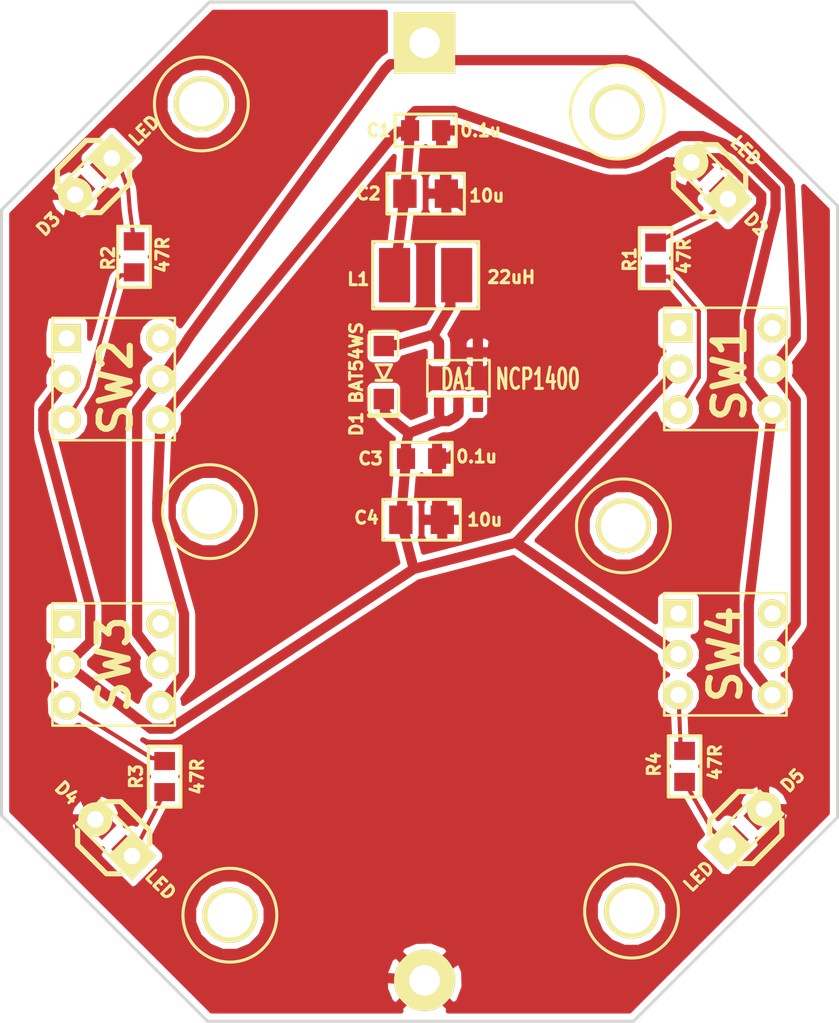
<source format=kicad_pcb>
(kicad_pcb (version 3) (host pcbnew "(2013-03-19 BZR 4004)-stable")

  (general
    (links 45)
    (no_connects 0)
    (area 133.4736 98.624863 175.9264 149.100001)
    (thickness 1.6)
    (drawings 13)
    (tracks 238)
    (zones 0)
    (modules 31)
    (nets 14)
  )

  (page A3)
  (layers
    (15 F.Cu signal)
    (0 B.Cu signal)
    (16 B.Adhes user)
    (17 F.Adhes user)
    (18 B.Paste user)
    (19 F.Paste user)
    (20 B.SilkS user)
    (21 F.SilkS user)
    (22 B.Mask user)
    (23 F.Mask user)
    (24 Dwgs.User user)
    (25 Cmts.User user)
    (26 Eco1.User user)
    (27 Eco2.User user)
    (28 Edge.Cuts user)
  )

  (setup
    (last_trace_width 0.254)
    (trace_clearance 0.254)
    (zone_clearance 0.3)
    (zone_45_only no)
    (trace_min 0.254)
    (segment_width 0.15)
    (edge_width 0.15)
    (via_size 0.889)
    (via_drill 0.635)
    (via_min_size 0.889)
    (via_min_drill 0.508)
    (uvia_size 0.508)
    (uvia_drill 0.127)
    (uvias_allowed no)
    (uvia_min_size 0.508)
    (uvia_min_drill 0.127)
    (pcb_text_width 0.3)
    (pcb_text_size 1 1)
    (mod_edge_width 0.15)
    (mod_text_size 1 1)
    (mod_text_width 0.15)
    (pad_size 1 1)
    (pad_drill 0.6)
    (pad_to_mask_clearance 0.1)
    (aux_axis_origin 0 0)
    (visible_elements 7FFFFBFF)
    (pcbplotparams
      (layerselection 278953984)
      (usegerberextensions true)
      (excludeedgelayer true)
      (linewidth 152400)
      (plotframeref false)
      (viasonmask false)
      (mode 1)
      (useauxorigin false)
      (hpglpennumber 1)
      (hpglpenspeed 20)
      (hpglpendiameter 15)
      (hpglpenoverlay 2)
      (psnegative false)
      (psa4output false)
      (plotreference true)
      (plotvalue true)
      (plotothertext true)
      (plotinvisibletext false)
      (padsonsilk false)
      (subtractmaskfromsilk false)
      (outputformat 1)
      (mirror false)
      (drillshape 0)
      (scaleselection 1)
      (outputdirectory ""))
  )

  (net 0 "")
  (net 1 +3.3V)
  (net 2 +BATT)
  (net 3 /Lout)
  (net 4 /PWR_IN)
  (net 5 GND)
  (net 6 N-0000010)
  (net 7 N-0000011)
  (net 8 N-0000012)
  (net 9 N-0000013)
  (net 10 N-000002)
  (net 11 N-0000022)
  (net 12 N-0000024)
  (net 13 N-000007)

  (net_class Default "This is the default net class."
    (clearance 0.254)
    (trace_width 0.254)
    (via_dia 0.889)
    (via_drill 0.635)
    (uvia_dia 0.508)
    (uvia_drill 0.127)
    (add_net "")
    (add_net +3.3V)
    (add_net +BATT)
    (add_net /Lout)
    (add_net /PWR_IN)
    (add_net GND)
    (add_net N-0000010)
    (add_net N-0000011)
    (add_net N-0000012)
    (add_net N-0000013)
    (add_net N-000002)
    (add_net N-0000022)
    (add_net N-0000024)
    (add_net N-000007)
  )

  (module CAP_0805 (layer F.Cu) (tedit 51A658AD) (tstamp 519C9900)
    (at 155.1 124.4)
    (path /5102E86E)
    (attr smd)
    (fp_text reference C4 (at -2.7 -0.1) (layer F.SilkS)
      (effects (font (size 0.6 0.6) (thickness 0.15)))
    )
    (fp_text value 10u (at 3.1 0) (layer F.SilkS)
      (effects (font (size 0.6 0.6) (thickness 0.15)))
    )
    (fp_line (start -1.9 -1) (end 1.9 -1) (layer F.SilkS) (width 0.15))
    (fp_line (start 1.9 -1) (end 1.9 1) (layer F.SilkS) (width 0.15))
    (fp_line (start 1.9 1) (end -1.9 1) (layer F.SilkS) (width 0.15))
    (fp_line (start -1.9 1) (end -1.9 -1) (layer F.SilkS) (width 0.15))
    (pad 1 smd rect (at -1.016 0) (size 1.143 1.397)
      (layers F.Cu F.Paste F.Mask)
      (net 1 +3.3V)
    )
    (pad 2 smd rect (at 1.016 0) (size 1.143 1.397)
      (layers F.Cu F.Paste F.Mask)
      (net 5 GND)
    )
    (model 3d\c_0805.wrl
      (at (xyz 0 0 0))
      (scale (xyz 1 1 1))
      (rotate (xyz 0 0 0))
    )
  )

  (module SOT23-5 (layer F.Cu) (tedit 51A6587E) (tstamp 519C9817)
    (at 156.91 117.459)
    (descr SOT23-5)
    (path /5102E878)
    (attr smd)
    (fp_text reference DA1 (at -0.01 0.041) (layer F.SilkS)
      (effects (font (size 1.00076 0.59944) (thickness 0.14986)))
    )
    (fp_text value NCP1400 (at 3.89 0.041) (layer F.SilkS)
      (effects (font (size 1.00076 0.59944) (thickness 0.14986)))
    )
    (fp_line (start 1.524 -0.889) (end 1.524 0.889) (layer F.SilkS) (width 0.127))
    (fp_line (start 1.524 0.889) (end -1.524 0.889) (layer F.SilkS) (width 0.127))
    (fp_line (start -1.524 0.889) (end -1.524 -0.889) (layer F.SilkS) (width 0.127))
    (fp_line (start -1.524 -0.889) (end 1.524 -0.889) (layer F.SilkS) (width 0.127))
    (pad 1 smd rect (at -0.9525 1.27) (size 0.508 0.762)
      (layers F.Cu F.Paste F.Mask)
      (net 1 +3.3V)
    )
    (pad 3 smd rect (at 0.9525 1.27) (size 0.508 0.762)
      (layers F.Cu F.Paste F.Mask)
    )
    (pad 5 smd rect (at -0.9525 -1.27) (size 0.508 0.762)
      (layers F.Cu F.Paste F.Mask)
      (net 3 /Lout)
    )
    (pad 2 smd rect (at 0 1.27) (size 0.508 0.762)
      (layers F.Cu F.Paste F.Mask)
      (net 1 +3.3V)
    )
    (pad 4 smd rect (at 0.9525 -1.27) (size 0.508 0.762)
      (layers F.Cu F.Paste F.Mask)
      (net 5 GND)
    )
    (model 3d\sot23-5.wrl
      (at (xyz 0 0 0))
      (scale (xyz 1 1 1))
      (rotate (xyz 0 0 0))
    )
  )

  (module SIL1_SQUARE_1MM5 (layer F.Cu) (tedit 4EBAEFF5) (tstamp 519C981C)
    (at 155.25 101)
    (descr "Connecteurs 2 pins")
    (tags "CONN DEV")
    (path /4F2E5201)
    (fp_text reference XL1 (at 0 -1.778) (layer F.SilkS) hide
      (effects (font (size 0.14986 0.14986) (thickness 0.0381)))
    )
    (fp_text value CONN_1 (at 0 2.032) (layer F.SilkS) hide
      (effects (font (size 0.635 0.635) (thickness 0.16002)))
    )
    (pad 1 thru_hole rect (at 0 0) (size 2.99974 2.99974) (drill 1.501139)
      (layers *.Cu *.Mask F.SilkS)
      (net 2 +BATT)
    )
  )

  (module SIL1_ROUND_1MM5 (layer F.Cu) (tedit 51A65948) (tstamp 519C9821)
    (at 155.25 147)
    (descr "Connecteurs 2 pins")
    (tags "CONN DEV")
    (path /4F2E5204)
    (fp_text reference XL2 (at 0 -1.778) (layer F.SilkS) hide
      (effects (font (size 0.14986 0.14986) (thickness 0.0381)))
    )
    (fp_text value CONN_1 (at -0.15 -2.4) (layer F.SilkS) hide
      (effects (font (size 0.635 0.635) (thickness 0.16002)))
    )
    (pad 1 thru_hole circle (at 0 0) (size 2.99974 2.99974) (drill 1.501139)
      (layers *.Cu *.Mask F.SilkS)
      (net 5 GND)
    )
  )

  (module RES_0603 (layer F.Cu) (tedit 51A65940) (tstamp 519C982C)
    (at 142.5 137 270)
    (path /514DFC00)
    (attr smd)
    (fp_text reference R3 (at 0 1.4 270) (layer F.SilkS)
      (effects (font (size 0.6 0.6) (thickness 0.15)))
    )
    (fp_text value 47R (at 0 -1.6 270) (layer F.SilkS)
      (effects (font (size 0.6 0.6) (thickness 0.15)))
    )
    (fp_line (start -1.5 0) (end -1.5 -0.8) (layer F.SilkS) (width 0.15))
    (fp_line (start -1.5 -0.8) (end 1.5 -0.8) (layer F.SilkS) (width 0.15))
    (fp_line (start 1.5 -0.8) (end 1.5 0.8) (layer F.SilkS) (width 0.15))
    (fp_line (start 1.5 0.8) (end -1.5 0.8) (layer F.SilkS) (width 0.15))
    (fp_line (start -1.5 0.8) (end -1.5 0) (layer F.SilkS) (width 0.15))
    (pad 1 smd rect (at -0.762 0 270) (size 0.889 1.016)
      (layers F.Cu F.Paste F.Mask)
      (net 13 N-000007)
    )
    (pad 2 smd rect (at 0.762 0 270) (size 0.889 1.016)
      (layers F.Cu F.Paste F.Mask)
      (net 8 N-0000012)
    )
    (model 3d\r_0603.wrl
      (at (xyz 0 0 0))
      (scale (xyz 1 1 1))
      (rotate (xyz 0 0 0))
    )
  )

  (module RES_0603 (layer F.Cu) (tedit 51A65965) (tstamp 519C9837)
    (at 168 136.5 270)
    (path /514DFC0F)
    (attr smd)
    (fp_text reference R4 (at -0.1 1.5 270) (layer F.SilkS)
      (effects (font (size 0.6 0.6) (thickness 0.15)))
    )
    (fp_text value 47R (at -0.2 -1.5 270) (layer F.SilkS)
      (effects (font (size 0.6 0.6) (thickness 0.15)))
    )
    (fp_line (start -1.5 0) (end -1.5 -0.8) (layer F.SilkS) (width 0.15))
    (fp_line (start -1.5 -0.8) (end 1.5 -0.8) (layer F.SilkS) (width 0.15))
    (fp_line (start 1.5 -0.8) (end 1.5 0.8) (layer F.SilkS) (width 0.15))
    (fp_line (start 1.5 0.8) (end -1.5 0.8) (layer F.SilkS) (width 0.15))
    (fp_line (start -1.5 0.8) (end -1.5 0) (layer F.SilkS) (width 0.15))
    (pad 1 smd rect (at -0.762 0 270) (size 0.889 1.016)
      (layers F.Cu F.Paste F.Mask)
      (net 6 N-0000010)
    )
    (pad 2 smd rect (at 0.762 0 270) (size 0.889 1.016)
      (layers F.Cu F.Paste F.Mask)
      (net 9 N-0000013)
    )
    (model 3d\r_0603.wrl
      (at (xyz 0 0 0))
      (scale (xyz 1 1 1))
      (rotate (xyz 0 0 0))
    )
  )

  (module RES_0603 (layer F.Cu) (tedit 518CEC2B) (tstamp 519C9842)
    (at 141 111.5 90)
    (path /514DFBF1)
    (attr smd)
    (fp_text reference R2 (at -0.0635 -1.27 90) (layer F.SilkS)
      (effects (font (size 0.6 0.6) (thickness 0.15)))
    )
    (fp_text value 47R (at 0.09906 1.39954 90) (layer F.SilkS)
      (effects (font (size 0.6 0.6) (thickness 0.15)))
    )
    (fp_line (start -1.5 0) (end -1.5 -0.8) (layer F.SilkS) (width 0.15))
    (fp_line (start -1.5 -0.8) (end 1.5 -0.8) (layer F.SilkS) (width 0.15))
    (fp_line (start 1.5 -0.8) (end 1.5 0.8) (layer F.SilkS) (width 0.15))
    (fp_line (start 1.5 0.8) (end -1.5 0.8) (layer F.SilkS) (width 0.15))
    (fp_line (start -1.5 0.8) (end -1.5 0) (layer F.SilkS) (width 0.15))
    (pad 1 smd rect (at -0.762 0 90) (size 0.889 1.016)
      (layers F.Cu F.Paste F.Mask)
      (net 10 N-000002)
    )
    (pad 2 smd rect (at 0.762 0 90) (size 0.889 1.016)
      (layers F.Cu F.Paste F.Mask)
      (net 12 N-0000024)
    )
    (model 3d\r_0603.wrl
      (at (xyz 0 0 0))
      (scale (xyz 1 1 1))
      (rotate (xyz 0 0 0))
    )
  )

  (module RES_0603 (layer F.Cu) (tedit 518CEC2B) (tstamp 519C984D)
    (at 166.578 111.565 90)
    (path /514DFB81)
    (attr smd)
    (fp_text reference R1 (at -0.0635 -1.27 90) (layer F.SilkS)
      (effects (font (size 0.6 0.6) (thickness 0.15)))
    )
    (fp_text value 47R (at 0.09906 1.39954 90) (layer F.SilkS)
      (effects (font (size 0.6 0.6) (thickness 0.15)))
    )
    (fp_line (start -1.5 0) (end -1.5 -0.8) (layer F.SilkS) (width 0.15))
    (fp_line (start -1.5 -0.8) (end 1.5 -0.8) (layer F.SilkS) (width 0.15))
    (fp_line (start 1.5 -0.8) (end 1.5 0.8) (layer F.SilkS) (width 0.15))
    (fp_line (start 1.5 0.8) (end -1.5 0.8) (layer F.SilkS) (width 0.15))
    (fp_line (start -1.5 0.8) (end -1.5 0) (layer F.SilkS) (width 0.15))
    (pad 1 smd rect (at -0.762 0 90) (size 0.889 1.016)
      (layers F.Cu F.Paste F.Mask)
      (net 7 N-0000011)
    )
    (pad 2 smd rect (at 0.762 0 90) (size 0.889 1.016)
      (layers F.Cu F.Paste F.Mask)
      (net 11 N-0000022)
    )
    (model 3d\r_0603.wrl
      (at (xyz 0 0 0))
      (scale (xyz 1 1 1))
      (rotate (xyz 0 0 0))
    )
  )

  (module LED0603 (layer F.Cu) (tedit 51A655B2) (tstamp 519C985E)
    (at 169.319 107.688 135)
    (path /514DFB45)
    (attr smd)
    (fp_text reference D2 (at -3.10632 -0.02192 135) (layer F.SilkS)
      (effects (font (size 0.6 0.6) (thickness 0.15)))
    )
    (fp_text value LED (at -0.207182 2.170111 135) (layer F.SilkS)
      (effects (font (size 0.6 0.6) (thickness 0.15)))
    )
    (fp_line (start 1.5 -0.8) (end 1.65 -0.8) (layer F.SilkS) (width 0.15))
    (fp_line (start 1.65 -0.8) (end 1.65 0.8) (layer F.SilkS) (width 0.15))
    (fp_line (start 1.65 0.8) (end 1.5 0.8) (layer F.SilkS) (width 0.15))
    (fp_line (start 1.5 0.8) (end 1.75 0.8) (layer F.SilkS) (width 0.15))
    (fp_line (start 1.75 0.8) (end 1.75 -0.8) (layer F.SilkS) (width 0.15))
    (fp_line (start 1.75 -0.8) (end 1.65 -0.8) (layer F.SilkS) (width 0.15))
    (fp_line (start -1.5 0) (end -1.5 -0.8) (layer F.SilkS) (width 0.15))
    (fp_line (start -1.5 -0.8) (end 1.5 -0.8) (layer F.SilkS) (width 0.15))
    (fp_line (start 1.5 -0.8) (end 1.5 0.8) (layer F.SilkS) (width 0.15))
    (fp_line (start 1.5 0.8) (end -1.5 0.8) (layer F.SilkS) (width 0.15))
    (fp_line (start -1.5 0.8) (end -1.5 -0.1) (layer F.SilkS) (width 0.15))
    (pad A smd rect (at -0.762 0 135) (size 0.889 1.016)
      (layers F.Cu F.Paste F.Mask)
      (net 11 N-0000022)
    )
    (pad C smd rect (at 0.762 0 135) (size 0.889 1.016)
      (layers F.Cu F.Paste F.Mask)
      (net 5 GND)
    )
    (model smd/chip_cms.wrl
      (at (xyz 0 0 0))
      (scale (xyz 0.1 0.1 0.1))
      (rotate (xyz 0 0 0))
    )
  )

  (module LED0603 (layer F.Cu) (tedit 51A65959) (tstamp 519C986F)
    (at 171.017 139.509 45)
    (path /514DFC3C)
    (attr smd)
    (fp_text reference D5 (at 3.247034 -0.018385 45) (layer F.SilkS)
      (effects (font (size 0.6 0.6) (thickness 0.15)))
    )
    (fp_text value LED (at -3.329059 0.052326 45) (layer F.SilkS)
      (effects (font (size 0.6 0.6) (thickness 0.15)))
    )
    (fp_line (start 1.5 -0.8) (end 1.65 -0.8) (layer F.SilkS) (width 0.15))
    (fp_line (start 1.65 -0.8) (end 1.65 0.8) (layer F.SilkS) (width 0.15))
    (fp_line (start 1.65 0.8) (end 1.5 0.8) (layer F.SilkS) (width 0.15))
    (fp_line (start 1.5 0.8) (end 1.75 0.8) (layer F.SilkS) (width 0.15))
    (fp_line (start 1.75 0.8) (end 1.75 -0.8) (layer F.SilkS) (width 0.15))
    (fp_line (start 1.75 -0.8) (end 1.65 -0.8) (layer F.SilkS) (width 0.15))
    (fp_line (start -1.5 0) (end -1.5 -0.8) (layer F.SilkS) (width 0.15))
    (fp_line (start -1.5 -0.8) (end 1.5 -0.8) (layer F.SilkS) (width 0.15))
    (fp_line (start 1.5 -0.8) (end 1.5 0.8) (layer F.SilkS) (width 0.15))
    (fp_line (start 1.5 0.8) (end -1.5 0.8) (layer F.SilkS) (width 0.15))
    (fp_line (start -1.5 0.8) (end -1.5 -0.1) (layer F.SilkS) (width 0.15))
    (pad A smd rect (at -0.762 0 45) (size 0.889 1.016)
      (layers F.Cu F.Paste F.Mask)
      (net 9 N-0000013)
    )
    (pad C smd rect (at 0.762 0 45) (size 0.889 1.016)
      (layers F.Cu F.Paste F.Mask)
      (net 5 GND)
    )
    (model smd/chip_cms.wrl
      (at (xyz 0 0 0))
      (scale (xyz 0.1 0.1 0.1))
      (rotate (xyz 0 0 0))
    )
  )

  (module LED0603 (layer F.Cu) (tedit 51A65933) (tstamp 519C9880)
    (at 140.01 139.976 135)
    (path /514DFC2D)
    (attr smd)
    (fp_text reference D4 (at 3.172081 -0.094752 135) (layer F.SilkS)
      (effects (font (size 0.6 0.6) (thickness 0.15)))
    )
    (fp_text value LED (at -3.262591 -0.024042 135) (layer F.SilkS)
      (effects (font (size 0.6 0.6) (thickness 0.15)))
    )
    (fp_line (start 1.5 -0.8) (end 1.65 -0.8) (layer F.SilkS) (width 0.15))
    (fp_line (start 1.65 -0.8) (end 1.65 0.8) (layer F.SilkS) (width 0.15))
    (fp_line (start 1.65 0.8) (end 1.5 0.8) (layer F.SilkS) (width 0.15))
    (fp_line (start 1.5 0.8) (end 1.75 0.8) (layer F.SilkS) (width 0.15))
    (fp_line (start 1.75 0.8) (end 1.75 -0.8) (layer F.SilkS) (width 0.15))
    (fp_line (start 1.75 -0.8) (end 1.65 -0.8) (layer F.SilkS) (width 0.15))
    (fp_line (start -1.5 0) (end -1.5 -0.8) (layer F.SilkS) (width 0.15))
    (fp_line (start -1.5 -0.8) (end 1.5 -0.8) (layer F.SilkS) (width 0.15))
    (fp_line (start 1.5 -0.8) (end 1.5 0.8) (layer F.SilkS) (width 0.15))
    (fp_line (start 1.5 0.8) (end -1.5 0.8) (layer F.SilkS) (width 0.15))
    (fp_line (start -1.5 0.8) (end -1.5 -0.1) (layer F.SilkS) (width 0.15))
    (pad A smd rect (at -0.762 0 135) (size 0.889 1.016)
      (layers F.Cu F.Paste F.Mask)
      (net 8 N-0000012)
    )
    (pad C smd rect (at 0.762 0 135) (size 0.889 1.016)
      (layers F.Cu F.Paste F.Mask)
      (net 5 GND)
    )
    (model smd/chip_cms.wrl
      (at (xyz 0 0 0))
      (scale (xyz 0.1 0.1 0.1))
      (rotate (xyz 0 0 0))
    )
  )

  (module LED0603 (layer F.Cu) (tedit 51A659A5) (tstamp 519C9891)
    (at 138.97 107.58 225)
    (path /514DFC1E)
    (attr smd)
    (fp_text reference D3 (at 3.174909 -0.106066 225) (layer F.SilkS)
      (effects (font (size 0.6 0.6) (thickness 0.15)))
    )
    (fp_text value LED (at -3.401184 -0.176777 225) (layer F.SilkS)
      (effects (font (size 0.6 0.6) (thickness 0.15)))
    )
    (fp_line (start 1.5 -0.8) (end 1.65 -0.8) (layer F.SilkS) (width 0.15))
    (fp_line (start 1.65 -0.8) (end 1.65 0.8) (layer F.SilkS) (width 0.15))
    (fp_line (start 1.65 0.8) (end 1.5 0.8) (layer F.SilkS) (width 0.15))
    (fp_line (start 1.5 0.8) (end 1.75 0.8) (layer F.SilkS) (width 0.15))
    (fp_line (start 1.75 0.8) (end 1.75 -0.8) (layer F.SilkS) (width 0.15))
    (fp_line (start 1.75 -0.8) (end 1.65 -0.8) (layer F.SilkS) (width 0.15))
    (fp_line (start -1.5 0) (end -1.5 -0.8) (layer F.SilkS) (width 0.15))
    (fp_line (start -1.5 -0.8) (end 1.5 -0.8) (layer F.SilkS) (width 0.15))
    (fp_line (start 1.5 -0.8) (end 1.5 0.8) (layer F.SilkS) (width 0.15))
    (fp_line (start 1.5 0.8) (end -1.5 0.8) (layer F.SilkS) (width 0.15))
    (fp_line (start -1.5 0.8) (end -1.5 -0.1) (layer F.SilkS) (width 0.15))
    (pad A smd rect (at -0.762 0 225) (size 0.889 1.016)
      (layers F.Cu F.Paste F.Mask)
      (net 12 N-0000024)
    )
    (pad C smd rect (at 0.762 0 225) (size 0.889 1.016)
      (layers F.Cu F.Paste F.Mask)
      (net 5 GND)
    )
    (model smd/chip_cms.wrl
      (at (xyz 0 0 0))
      (scale (xyz 0.1 0.1 0.1))
      (rotate (xyz 0 0 0))
    )
  )

  (module LED-3MM (layer F.Cu) (tedit 4D39897F) (tstamp 519C989D)
    (at 171 139.5 45)
    (descr "LED 3mm - Lead pitch 100mil (2,54mm)")
    (tags "LED led 3mm 3MM 100mil 2,54mm")
    (path /514E066B)
    (attr virtual)
    (fp_text reference D9 (at 0 -1.99898 45) (layer F.SilkS) hide
      (effects (font (size 0.127 0.127) (thickness 0.00254)))
    )
    (fp_text value LED (at 0 1.99898 45) (layer F.SilkS) hide
      (effects (font (size 0.127 0.127) (thickness 0.00254)))
    )
    (fp_line (start -1.00076 1.50114) (end 1.00076 1.50114) (layer F.SilkS) (width 0.254))
    (fp_line (start 1.00076 1.50114) (end 1.50114 1.00076) (layer F.SilkS) (width 0.254))
    (fp_line (start -1.50114 1.00076) (end -1.00076 1.50114) (layer F.SilkS) (width 0.254))
    (fp_line (start 1.50114 -1.00076) (end 1.00076 -1.50114) (layer F.SilkS) (width 0.254))
    (fp_line (start 1.00076 -1.50114) (end -1.00076 -1.50114) (layer F.SilkS) (width 0.254))
    (fp_line (start -1.00076 -1.50114) (end -1.50114 -1.00076) (layer F.SilkS) (width 0.254))
    (pad A thru_hole rect (at -1.27 0 45) (size 1.6764 1.6764) (drill 0.812799)
      (layers *.Cu *.Mask F.SilkS)
      (net 9 N-0000013)
    )
    (pad C thru_hole circle (at 1.27 0 45) (size 1.6764 1.6764) (drill 0.812799)
      (layers *.Cu *.Mask F.SilkS)
      (net 5 GND)
    )
    (model 3d\Indicatros&Leds\led_3mm_clear.wrl
      (at (xyz 0 0 0))
      (scale (xyz 1 1 1))
      (rotate (xyz 0 0 0))
    )
  )

  (module LED-3MM (layer F.Cu) (tedit 4D39897F) (tstamp 519C98A9)
    (at 140 140 135)
    (descr "LED 3mm - Lead pitch 100mil (2,54mm)")
    (tags "LED led 3mm 3MM 100mil 2,54mm")
    (path /514E05CD)
    (attr virtual)
    (fp_text reference D8 (at 0 -1.99898 135) (layer F.SilkS) hide
      (effects (font (size 0.127 0.127) (thickness 0.00254)))
    )
    (fp_text value LED (at 0 1.99898 135) (layer F.SilkS) hide
      (effects (font (size 0.127 0.127) (thickness 0.00254)))
    )
    (fp_line (start -1.00076 1.50114) (end 1.00076 1.50114) (layer F.SilkS) (width 0.254))
    (fp_line (start 1.00076 1.50114) (end 1.50114 1.00076) (layer F.SilkS) (width 0.254))
    (fp_line (start -1.50114 1.00076) (end -1.00076 1.50114) (layer F.SilkS) (width 0.254))
    (fp_line (start 1.50114 -1.00076) (end 1.00076 -1.50114) (layer F.SilkS) (width 0.254))
    (fp_line (start 1.00076 -1.50114) (end -1.00076 -1.50114) (layer F.SilkS) (width 0.254))
    (fp_line (start -1.00076 -1.50114) (end -1.50114 -1.00076) (layer F.SilkS) (width 0.254))
    (pad A thru_hole rect (at -1.27 0 135) (size 1.6764 1.6764) (drill 0.812799)
      (layers *.Cu *.Mask F.SilkS)
      (net 8 N-0000012)
    )
    (pad C thru_hole circle (at 1.27 0 135) (size 1.6764 1.6764) (drill 0.812799)
      (layers *.Cu *.Mask F.SilkS)
      (net 5 GND)
    )
    (model 3d\Indicatros&Leds\led_3mm_clear.wrl
      (at (xyz 0 0 0))
      (scale (xyz 1 1 1))
      (rotate (xyz 0 0 0))
    )
  )

  (module LED-3MM (layer F.Cu) (tedit 4D39897F) (tstamp 519C98B5)
    (at 139.01 107.56 225)
    (descr "LED 3mm - Lead pitch 100mil (2,54mm)")
    (tags "LED led 3mm 3MM 100mil 2,54mm")
    (path /514E053B)
    (attr virtual)
    (fp_text reference D7 (at 0 -1.99898 225) (layer F.SilkS) hide
      (effects (font (size 0.127 0.127) (thickness 0.00254)))
    )
    (fp_text value LED (at 0 1.99898 225) (layer F.SilkS) hide
      (effects (font (size 0.127 0.127) (thickness 0.00254)))
    )
    (fp_line (start -1.00076 1.50114) (end 1.00076 1.50114) (layer F.SilkS) (width 0.254))
    (fp_line (start 1.00076 1.50114) (end 1.50114 1.00076) (layer F.SilkS) (width 0.254))
    (fp_line (start -1.50114 1.00076) (end -1.00076 1.50114) (layer F.SilkS) (width 0.254))
    (fp_line (start 1.50114 -1.00076) (end 1.00076 -1.50114) (layer F.SilkS) (width 0.254))
    (fp_line (start 1.00076 -1.50114) (end -1.00076 -1.50114) (layer F.SilkS) (width 0.254))
    (fp_line (start -1.00076 -1.50114) (end -1.50114 -1.00076) (layer F.SilkS) (width 0.254))
    (pad A thru_hole rect (at -1.27 0 225) (size 1.6764 1.6764) (drill 0.812799)
      (layers *.Cu *.Mask F.SilkS)
      (net 12 N-0000024)
    )
    (pad C thru_hole circle (at 1.27 0 225) (size 1.6764 1.6764) (drill 0.812799)
      (layers *.Cu *.Mask F.SilkS)
      (net 5 GND)
    )
    (model 3d\Indicatros&Leds\led_3mm_clear.wrl
      (at (xyz 0 0 0))
      (scale (xyz 1 1 1))
      (rotate (xyz 0 0 0))
    )
  )

  (module LED-3MM (layer F.Cu) (tedit 4D39897F) (tstamp 519C98C1)
    (at 169.228 107.764 135)
    (descr "LED 3mm - Lead pitch 100mil (2,54mm)")
    (tags "LED led 3mm 3MM 100mil 2,54mm")
    (path /514E04B5)
    (attr virtual)
    (fp_text reference D6 (at 0 -1.99898 135) (layer F.SilkS) hide
      (effects (font (size 0.127 0.127) (thickness 0.00254)))
    )
    (fp_text value LED (at 0 1.99898 135) (layer F.SilkS) hide
      (effects (font (size 0.127 0.127) (thickness 0.00254)))
    )
    (fp_line (start -1.00076 1.50114) (end 1.00076 1.50114) (layer F.SilkS) (width 0.254))
    (fp_line (start 1.00076 1.50114) (end 1.50114 1.00076) (layer F.SilkS) (width 0.254))
    (fp_line (start -1.50114 1.00076) (end -1.00076 1.50114) (layer F.SilkS) (width 0.254))
    (fp_line (start 1.50114 -1.00076) (end 1.00076 -1.50114) (layer F.SilkS) (width 0.254))
    (fp_line (start 1.00076 -1.50114) (end -1.00076 -1.50114) (layer F.SilkS) (width 0.254))
    (fp_line (start -1.00076 -1.50114) (end -1.50114 -1.00076) (layer F.SilkS) (width 0.254))
    (pad A thru_hole rect (at -1.27 0 135) (size 1.6764 1.6764) (drill 0.812799)
      (layers *.Cu *.Mask F.SilkS)
      (net 11 N-0000022)
    )
    (pad C thru_hole circle (at 1.27 0 135) (size 1.6764 1.6764) (drill 0.812799)
      (layers *.Cu *.Mask F.SilkS)
      (net 5 GND)
    )
    (model 3d\Indicatros&Leds\led_3mm_clear.wrl
      (at (xyz 0 0 0))
      (scale (xyz 1 1 1))
      (rotate (xyz 0 0 0))
    )
  )

  (module IND_1210 (layer F.Cu) (tedit 51A6586F) (tstamp 519C98CC)
    (at 155.3 112.4 180)
    (path /5102E873)
    (attr smd)
    (fp_text reference L1 (at 3.3 -0.2 180) (layer F.SilkS)
      (effects (font (size 0.6 0.6) (thickness 0.15)))
    )
    (fp_text value 22uH (at -4.2 -0.1 180) (layer F.SilkS)
      (effects (font (size 0.6 0.6) (thickness 0.15)))
    )
    (fp_line (start -2.6 0) (end -2.6 -1.65) (layer F.SilkS) (width 0.15))
    (fp_line (start -2.6 -1.65) (end 2.6 -1.65) (layer F.SilkS) (width 0.15))
    (fp_line (start 2.6 -1.65) (end 2.6 1.65) (layer F.SilkS) (width 0.15))
    (fp_line (start 2.6 1.65) (end -2.6 1.65) (layer F.SilkS) (width 0.15))
    (fp_line (start -2.6 1.65) (end -2.6 -0.2) (layer F.SilkS) (width 0.15))
    (pad 1 smd rect (at -1.524 0 180) (size 1.524 2.667)
      (layers F.Cu F.Paste F.Mask)
      (net 3 /Lout)
    )
    (pad 2 smd rect (at 1.524 0 180) (size 1.524 2.667)
      (layers F.Cu F.Paste F.Mask)
      (net 4 /PWR_IN)
    )
    (model 3d\r_0805.wrl
      (at (xyz 0 0 0))
      (scale (xyz 1 1 1))
      (rotate (xyz 0 0 0))
    )
  )

  (module DIODE_SOD323 (layer F.Cu) (tedit 51A6589A) (tstamp 519C98DF)
    (at 153.249 117.177 90)
    (path /5102E871)
    (attr smd)
    (fp_text reference D1 (at -2.523 -1.349 90) (layer F.SilkS)
      (effects (font (size 0.59944 0.59944) (thickness 0.14986)))
    )
    (fp_text value BAT54WS (at 0.477 -1.349 90) (layer F.SilkS)
      (effects (font (size 0.59944 0.59944) (thickness 0.14986)))
    )
    (fp_line (start -0.381 0.381) (end -0.381 -0.381) (layer F.SilkS) (width 0.14986))
    (fp_line (start 0.381 0) (end 0.381 -0.381) (layer F.SilkS) (width 0.14986))
    (fp_line (start 0.381 -0.381) (end -0.381 0) (layer F.SilkS) (width 0.14986))
    (fp_line (start -0.381 0) (end 0.381 0.381) (layer F.SilkS) (width 0.14986))
    (fp_line (start 0.381 0.381) (end 0.381 0) (layer F.SilkS) (width 0.14986))
    (fp_line (start -1.99898 -0.70104) (end -2.10058 -0.70104) (layer F.SilkS) (width 0.127))
    (fp_line (start -2.10058 -0.70104) (end -2.10058 0.70104) (layer F.SilkS) (width 0.254))
    (fp_line (start -2.10058 0.70104) (end -1.99898 0.70104) (layer F.SilkS) (width 0.127))
    (fp_line (start -0.8001 -0.70104) (end -1.99898 -0.70104) (layer F.SilkS) (width 0.127))
    (fp_line (start -1.99898 0.70104) (end -0.8001 0.70104) (layer F.SilkS) (width 0.127))
    (fp_line (start 0.8001 -0.70104) (end 1.99898 -0.70104) (layer F.SilkS) (width 0.127))
    (fp_line (start 1.99898 -0.70104) (end 1.99898 0.70104) (layer F.SilkS) (width 0.127))
    (fp_line (start 1.99898 0.70104) (end 0.8001 0.70104) (layer F.SilkS) (width 0.127))
    (pad C smd rect (at -1.30048 0 90) (size 1.00076 1.00076)
      (layers F.Cu F.Paste F.Mask)
      (net 1 +3.3V)
    )
    (pad A smd rect (at 1.30048 0 90) (size 1.00076 1.00076)
      (layers F.Cu F.Paste F.Mask)
      (net 3 /Lout)
    )
    (model smd/chip_cms.wrl
      (at (xyz 0 0 0))
      (scale (xyz 0.17 0.16 0.16))
      (rotate (xyz 0 0 0))
    )
  )

  (module CAP_0603 (layer F.Cu) (tedit 51A655C3) (tstamp 519C98EA)
    (at 155.3 105.3)
    (path /5102E877)
    (attr smd)
    (fp_text reference C1 (at -2.3 0) (layer F.SilkS)
      (effects (font (size 0.6 0.6) (thickness 0.15)))
    )
    (fp_text value 0.1u (at 2.7 0) (layer F.SilkS)
      (effects (font (size 0.6 0.6) (thickness 0.15)))
    )
    (fp_line (start -1.5 0) (end -1.5 -0.8) (layer F.SilkS) (width 0.15))
    (fp_line (start -1.5 -0.8) (end 1.5 -0.8) (layer F.SilkS) (width 0.15))
    (fp_line (start 1.5 -0.8) (end 1.5 0.8) (layer F.SilkS) (width 0.15))
    (fp_line (start 1.5 0.8) (end -1.5 0.8) (layer F.SilkS) (width 0.15))
    (fp_line (start -1.5 0.8) (end -1.5 0) (layer F.SilkS) (width 0.15))
    (pad 1 smd rect (at -0.762 0) (size 0.889 1.016)
      (layers F.Cu F.Paste F.Mask)
      (net 4 /PWR_IN)
    )
    (pad 2 smd rect (at 0.762 0) (size 0.889 1.016)
      (layers F.Cu F.Paste F.Mask)
      (net 5 GND)
    )
    (model 3d\c_0603.wrl
      (at (xyz 0 0 0))
      (scale (xyz 1 1 1))
      (rotate (xyz 0 0 0))
    )
  )

  (module CAP_0603 (layer F.Cu) (tedit 51A658A5) (tstamp 519C990B)
    (at 155.1 121.4)
    (path /5102E86D)
    (attr smd)
    (fp_text reference C3 (at -2.5 0) (layer F.SilkS)
      (effects (font (size 0.6 0.6) (thickness 0.15)))
    )
    (fp_text value 0.1u (at 2.7 -0.1) (layer F.SilkS)
      (effects (font (size 0.6 0.6) (thickness 0.15)))
    )
    (fp_line (start -1.5 0) (end -1.5 -0.8) (layer F.SilkS) (width 0.15))
    (fp_line (start -1.5 -0.8) (end 1.5 -0.8) (layer F.SilkS) (width 0.15))
    (fp_line (start 1.5 -0.8) (end 1.5 0.8) (layer F.SilkS) (width 0.15))
    (fp_line (start 1.5 0.8) (end -1.5 0.8) (layer F.SilkS) (width 0.15))
    (fp_line (start -1.5 0.8) (end -1.5 0) (layer F.SilkS) (width 0.15))
    (pad 1 smd rect (at -0.762 0) (size 0.889 1.016)
      (layers F.Cu F.Paste F.Mask)
      (net 1 +3.3V)
    )
    (pad 2 smd rect (at 0.762 0) (size 0.889 1.016)
      (layers F.Cu F.Paste F.Mask)
      (net 5 GND)
    )
    (model 3d\c_0603.wrl
      (at (xyz 0 0 0))
      (scale (xyz 1 1 1))
      (rotate (xyz 0 0 0))
    )
  )

  (module BUTTON_PSM6 (layer F.Cu) (tedit 51A658E7) (tstamp 519C9919)
    (at 140 117.5 270)
    (descr "Switch hole-mounted, pitch 2.0 mm, 6x6")
    (path /514DFE73)
    (fp_text reference SW2 (at 0.4 -0.1 270) (layer F.SilkS)
      (effects (font (size 1.524 1.524) (thickness 0.3048)))
    )
    (fp_text value SWITCH_2X (at -0.9 -1.5 360) (layer F.SilkS) hide
      (effects (font (size 1.524 1.524) (thickness 0.3048)))
    )
    (fp_line (start 2.99974 -2.99974) (end 2.99974 2.99974) (layer F.SilkS) (width 0.127))
    (fp_line (start 2.99974 2.99974) (end -2.99974 2.99974) (layer F.SilkS) (width 0.127))
    (fp_line (start -2.99974 2.99974) (end -2.99974 -2.99974) (layer F.SilkS) (width 0.127))
    (fp_line (start -2.99974 -2.99974) (end 2.99974 -2.99974) (layer F.SilkS) (width 0.127))
    (pad 1 thru_hole rect (at -1.99898 2.30124 270) (size 1.39954 1.39954) (drill 0.8001)
      (layers *.Cu *.Mask F.SilkS)
    )
    (pad 2 thru_hole circle (at 0 2.30124 270) (size 1.39954 1.39954) (drill 0.8001)
      (layers *.Cu *.Mask F.SilkS)
      (net 1 +3.3V)
    )
    (pad 3 thru_hole circle (at 1.99898 2.30124 270) (size 1.39954 1.39954) (drill 0.8001)
      (layers *.Cu *.Mask F.SilkS)
      (net 10 N-000002)
    )
    (pad 4 thru_hole circle (at 1.99898 -2.30124 270) (size 1.39954 1.39954) (drill 0.8001)
      (layers *.Cu *.Mask F.SilkS)
      (net 4 /PWR_IN)
    )
    (pad 5 thru_hole circle (at 0 -2.30124 270) (size 1.39954 1.39954) (drill 0.8001)
      (layers *.Cu *.Mask F.SilkS)
      (net 2 +BATT)
    )
    (pad 6 thru_hole circle (at -1.99898 -2.30124 270) (size 1.39954 1.39954) (drill 0.8001)
      (layers *.Cu *.Mask F.SilkS)
    )
  )

  (module BUTTON_PSM6 (layer F.Cu) (tedit 51A65916) (tstamp 519C9927)
    (at 170 131 270)
    (descr "Switch hole-mounted, pitch 2.0 mm, 6x6")
    (path /514DFE82)
    (fp_text reference SW4 (at 0 0 270) (layer F.SilkS)
      (effects (font (size 1.524 1.524) (thickness 0.3048)))
    )
    (fp_text value SWITCH_2X (at 0 2.5 360) (layer F.SilkS) hide
      (effects (font (size 1.524 1.524) (thickness 0.3048)))
    )
    (fp_line (start 2.99974 -2.99974) (end 2.99974 2.99974) (layer F.SilkS) (width 0.127))
    (fp_line (start 2.99974 2.99974) (end -2.99974 2.99974) (layer F.SilkS) (width 0.127))
    (fp_line (start -2.99974 2.99974) (end -2.99974 -2.99974) (layer F.SilkS) (width 0.127))
    (fp_line (start -2.99974 -2.99974) (end 2.99974 -2.99974) (layer F.SilkS) (width 0.127))
    (pad 1 thru_hole rect (at -1.99898 2.30124 270) (size 1.39954 1.39954) (drill 0.8001)
      (layers *.Cu *.Mask F.SilkS)
    )
    (pad 2 thru_hole circle (at 0 2.30124 270) (size 1.39954 1.39954) (drill 0.8001)
      (layers *.Cu *.Mask F.SilkS)
      (net 1 +3.3V)
    )
    (pad 3 thru_hole circle (at 1.99898 2.30124 270) (size 1.39954 1.39954) (drill 0.8001)
      (layers *.Cu *.Mask F.SilkS)
      (net 6 N-0000010)
    )
    (pad 4 thru_hole circle (at 1.99898 -2.30124 270) (size 1.39954 1.39954) (drill 0.8001)
      (layers *.Cu *.Mask F.SilkS)
      (net 4 /PWR_IN)
    )
    (pad 5 thru_hole circle (at 0 -2.30124 270) (size 1.39954 1.39954) (drill 0.8001)
      (layers *.Cu *.Mask F.SilkS)
      (net 2 +BATT)
    )
    (pad 6 thru_hole circle (at -1.99898 -2.30124 270) (size 1.39954 1.39954) (drill 0.8001)
      (layers *.Cu *.Mask F.SilkS)
    )
  )

  (module BUTTON_PSM6 (layer F.Cu) (tedit 51A658E3) (tstamp 519C9935)
    (at 170 117 270)
    (descr "Switch hole-mounted, pitch 2.0 mm, 6x6")
    (path /514DFE91)
    (fp_text reference SW1 (at 0.2 -0.2 270) (layer F.SilkS)
      (effects (font (size 1.524 1.524) (thickness 0.3048)))
    )
    (fp_text value SWITCH_2X (at -1.6 2.1 360) (layer F.SilkS) hide
      (effects (font (size 1.524 1.524) (thickness 0.3048)))
    )
    (fp_line (start 2.99974 -2.99974) (end 2.99974 2.99974) (layer F.SilkS) (width 0.127))
    (fp_line (start 2.99974 2.99974) (end -2.99974 2.99974) (layer F.SilkS) (width 0.127))
    (fp_line (start -2.99974 2.99974) (end -2.99974 -2.99974) (layer F.SilkS) (width 0.127))
    (fp_line (start -2.99974 -2.99974) (end 2.99974 -2.99974) (layer F.SilkS) (width 0.127))
    (pad 1 thru_hole rect (at -1.99898 2.30124 270) (size 1.39954 1.39954) (drill 0.8001)
      (layers *.Cu *.Mask F.SilkS)
    )
    (pad 2 thru_hole circle (at 0 2.30124 270) (size 1.39954 1.39954) (drill 0.8001)
      (layers *.Cu *.Mask F.SilkS)
      (net 1 +3.3V)
    )
    (pad 3 thru_hole circle (at 1.99898 2.30124 270) (size 1.39954 1.39954) (drill 0.8001)
      (layers *.Cu *.Mask F.SilkS)
      (net 7 N-0000011)
    )
    (pad 4 thru_hole circle (at 1.99898 -2.30124 270) (size 1.39954 1.39954) (drill 0.8001)
      (layers *.Cu *.Mask F.SilkS)
      (net 4 /PWR_IN)
    )
    (pad 5 thru_hole circle (at 0 -2.30124 270) (size 1.39954 1.39954) (drill 0.8001)
      (layers *.Cu *.Mask F.SilkS)
      (net 2 +BATT)
    )
    (pad 6 thru_hole circle (at -1.99898 -2.30124 270) (size 1.39954 1.39954) (drill 0.8001)
      (layers *.Cu *.Mask F.SilkS)
    )
  )

  (module BUTTON_PSM6 (layer F.Cu) (tedit 51A65900) (tstamp 519C9943)
    (at 140 131.5 270)
    (descr "Switch hole-mounted, pitch 2.0 mm, 6x6")
    (path /514DFEA0)
    (fp_text reference SW3 (at 0 0 270) (layer F.SilkS)
      (effects (font (size 1.524 1.524) (thickness 0.3048)))
    )
    (fp_text value SWITCH_2X (at 0 -1.5 360) (layer F.SilkS) hide
      (effects (font (size 1.524 1.524) (thickness 0.3048)))
    )
    (fp_line (start 2.99974 -2.99974) (end 2.99974 2.99974) (layer F.SilkS) (width 0.127))
    (fp_line (start 2.99974 2.99974) (end -2.99974 2.99974) (layer F.SilkS) (width 0.127))
    (fp_line (start -2.99974 2.99974) (end -2.99974 -2.99974) (layer F.SilkS) (width 0.127))
    (fp_line (start -2.99974 -2.99974) (end 2.99974 -2.99974) (layer F.SilkS) (width 0.127))
    (pad 1 thru_hole rect (at -1.99898 2.30124 270) (size 1.39954 1.39954) (drill 0.8001)
      (layers *.Cu *.Mask F.SilkS)
    )
    (pad 2 thru_hole circle (at 0 2.30124 270) (size 1.39954 1.39954) (drill 0.8001)
      (layers *.Cu *.Mask F.SilkS)
      (net 1 +3.3V)
    )
    (pad 3 thru_hole circle (at 1.99898 2.30124 270) (size 1.39954 1.39954) (drill 0.8001)
      (layers *.Cu *.Mask F.SilkS)
      (net 13 N-000007)
    )
    (pad 4 thru_hole circle (at 1.99898 -2.30124 270) (size 1.39954 1.39954) (drill 0.8001)
      (layers *.Cu *.Mask F.SilkS)
      (net 4 /PWR_IN)
    )
    (pad 5 thru_hole circle (at 0 -2.30124 270) (size 1.39954 1.39954) (drill 0.8001)
      (layers *.Cu *.Mask F.SilkS)
      (net 2 +BATT)
    )
    (pad 6 thru_hole circle (at -1.99898 -2.30124 270) (size 1.39954 1.39954) (drill 0.8001)
      (layers *.Cu *.Mask F.SilkS)
    )
  )

  (module Hole2_2mm (layer F.Cu) (tedit 51A65579) (tstamp 519F7600)
    (at 144.3 104)
    (path /519F79F5)
    (fp_text reference HOLE4 (at 0 0.4) (layer F.SilkS) hide
      (effects (font (size 0.59944 0.59944) (thickness 0.14986)))
    )
    (fp_text value HOLE_METALLED (at 0.7 -0.8) (layer F.SilkS) hide
      (effects (font (size 0.59944 0.59944) (thickness 0.14986)))
    )
    (fp_circle (center 0 0) (end 2.30124 0) (layer F.SilkS) (width 0.14986))
    (pad Hle thru_hole circle (at 0 0) (size 2.70002 2.70002) (drill 2.19964)
      (layers *.Cu *.Mask F.SilkS)
    )
  )

  (module Hole2_2mm (layer F.Cu) (tedit 50D37213) (tstamp 519F7606)
    (at 164.7 104.4)
    (path /519F79FB)
    (fp_text reference HOLE3 (at 0 0.39878) (layer F.SilkS) hide
      (effects (font (size 0.59944 0.59944) (thickness 0.14986)))
    )
    (fp_text value HOLE_METALLED (at 0.09906 -0.50038) (layer F.SilkS) hide
      (effects (font (size 0.59944 0.59944) (thickness 0.14986)))
    )
    (fp_circle (center 0 0) (end 2.30124 0) (layer F.SilkS) (width 0.14986))
    (pad Hle thru_hole circle (at 0 0) (size 2.70002 2.70002) (drill 2.19964)
      (layers *.Cu *.Mask F.SilkS)
    )
  )

  (module Hole2_2mm (layer F.Cu) (tedit 50D37213) (tstamp 519F7A3F)
    (at 144.7 124)
    (path /519F7A03)
    (fp_text reference HOLE2 (at 0 0.39878) (layer F.SilkS) hide
      (effects (font (size 0.59944 0.59944) (thickness 0.14986)))
    )
    (fp_text value HOLE_METALLED (at 0.09906 -0.50038) (layer F.SilkS) hide
      (effects (font (size 0.59944 0.59944) (thickness 0.14986)))
    )
    (fp_circle (center 0 0) (end 2.30124 0) (layer F.SilkS) (width 0.14986))
    (pad Hle thru_hole circle (at 0 0) (size 2.70002 2.70002) (drill 2.19964)
      (layers *.Cu *.Mask F.SilkS)
    )
  )

  (module Hole2_2mm (layer F.Cu) (tedit 50D37213) (tstamp 519F7612)
    (at 165 124.7)
    (path /519F7A12)
    (fp_text reference HOLE1 (at 0 0.39878) (layer F.SilkS) hide
      (effects (font (size 0.59944 0.59944) (thickness 0.14986)))
    )
    (fp_text value HOLE_METALLED (at 0.09906 -0.50038) (layer F.SilkS) hide
      (effects (font (size 0.59944 0.59944) (thickness 0.14986)))
    )
    (fp_circle (center 0 0) (end 2.30124 0) (layer F.SilkS) (width 0.14986))
    (pad Hle thru_hole circle (at 0 0) (size 2.70002 2.70002) (drill 2.19964)
      (layers *.Cu *.Mask F.SilkS)
    )
  )

  (module Hole2_2mm (layer F.Cu) (tedit 50D37213) (tstamp 51A4D943)
    (at 145.7 143.8)
    (path /51A4D9EF)
    (fp_text reference HOLE5 (at 0 0.39878) (layer F.SilkS) hide
      (effects (font (size 0.59944 0.59944) (thickness 0.14986)))
    )
    (fp_text value HOLE_METALLED (at 0.09906 -0.50038) (layer F.SilkS) hide
      (effects (font (size 0.59944 0.59944) (thickness 0.14986)))
    )
    (fp_circle (center 0 0) (end 2.30124 0) (layer F.SilkS) (width 0.14986))
    (pad Hle thru_hole circle (at 0 0) (size 2.70002 2.70002) (drill 2.19964)
      (layers *.Cu *.Mask F.SilkS)
    )
  )

  (module Hole2_2mm (layer F.Cu) (tedit 50D37213) (tstamp 51A4D949)
    (at 165.4 143.6)
    (path /51A4D9FE)
    (fp_text reference HOLE6 (at 0 0.39878) (layer F.SilkS) hide
      (effects (font (size 0.59944 0.59944) (thickness 0.14986)))
    )
    (fp_text value HOLE_METALLED (at 0.09906 -0.50038) (layer F.SilkS) hide
      (effects (font (size 0.59944 0.59944) (thickness 0.14986)))
    )
    (fp_circle (center 0 0) (end 2.30124 0) (layer F.SilkS) (width 0.14986))
    (pad Hle thru_hole circle (at 0 0) (size 2.70002 2.70002) (drill 2.19964)
      (layers *.Cu *.Mask F.SilkS)
    )
  )

  (module CAP_0805 (layer F.Cu) (tedit 51A65866) (tstamp 519C98F5)
    (at 155.3 108.4)
    (path /5102E876)
    (attr smd)
    (fp_text reference C2 (at -2.8 0) (layer F.SilkS)
      (effects (font (size 0.6 0.6) (thickness 0.15)))
    )
    (fp_text value 10u (at 3 0.1) (layer F.SilkS)
      (effects (font (size 0.6 0.6) (thickness 0.15)))
    )
    (fp_line (start -1.9 -1) (end 1.9 -1) (layer F.SilkS) (width 0.15))
    (fp_line (start 1.9 -1) (end 1.9 1) (layer F.SilkS) (width 0.15))
    (fp_line (start 1.9 1) (end -1.9 1) (layer F.SilkS) (width 0.15))
    (fp_line (start -1.9 1) (end -1.9 -1) (layer F.SilkS) (width 0.15))
    (pad 1 smd rect (at -1.016 0) (size 1.143 1.397)
      (layers F.Cu F.Paste F.Mask)
      (net 4 /PWR_IN)
    )
    (pad 2 smd rect (at 1.016 0) (size 1.143 1.397)
      (layers F.Cu F.Paste F.Mask)
      (net 5 GND)
    )
    (model 3d\c_0805.wrl
      (at (xyz 0 0 0))
      (scale (xyz 1 1 1))
      (rotate (xyz 0 0 0))
    )
  )

  (gr_line (start 134.5 109.2) (end 144.7 99) (angle 90) (layer Edge.Cuts) (width 0.15))
  (gr_line (start 134.5 138.9) (end 134.5 109.2) (angle 90) (layer Edge.Cuts) (width 0.15))
  (gr_line (start 144.6 149) (end 134.5 138.9) (angle 90) (layer Edge.Cuts) (width 0.15))
  (gr_line (start 165.5 149) (end 144.6 149) (angle 90) (layer Edge.Cuts) (width 0.15))
  (gr_line (start 175.5 139) (end 165.5 149) (angle 90) (layer Edge.Cuts) (width 0.15))
  (gr_line (start 175.5 109) (end 175.5 139) (angle 90) (layer Edge.Cuts) (width 0.15))
  (gr_line (start 165.5 99) (end 175.5 109) (angle 90) (layer Edge.Cuts) (width 0.15))
  (gr_line (start 144.7 99) (end 165.5 99) (angle 90) (layer Edge.Cuts) (width 0.15))
  (gr_line (start 149 99) (end 149 114) (angle 90) (layer Dwgs.User) (width 0.2))
  (gr_line (start 161 99) (end 149 99) (angle 90) (layer Dwgs.User) (width 0.2))
  (gr_line (start 161 149) (end 161 99) (angle 90) (layer Dwgs.User) (width 0.2))
  (gr_line (start 149 149) (end 161 149) (angle 90) (layer Dwgs.User) (width 0.2))
  (gr_line (start 149 113.75) (end 149 149) (angle 90) (layer Dwgs.User) (width 0.2))

  (segment (start 154.7189 126.8132) (end 159.731 125.525) (width 0.5) (layer F.Cu) (net 1))
  (segment (start 154.084 124.4) (end 154.7189 126.8132) (width 0.5) (layer F.Cu) (net 1))
  (segment (start 154.338 121.4) (end 154.084 124.4) (width 0.5) (layer F.Cu) (net 1))
  (segment (start 156.03 119.56) (end 154.47 120.15) (width 0.5) (layer F.Cu) (net 1))
  (segment (start 156.91 118.86) (end 156.91 118.729) (width 0.5) (layer F.Cu) (net 1))
  (segment (start 156.91 119.11) (end 156.91 118.86) (width 0.5) (layer F.Cu) (net 1))
  (segment (start 156.91 119.215) (end 156.91 119.11) (width 0.5) (layer F.Cu) (net 1))
  (segment (start 156.761 119.364) (end 156.91 119.215) (width 0.5) (layer F.Cu) (net 1))
  (segment (start 156.398 119.56) (end 156.761 119.364) (width 0.5) (layer F.Cu) (net 1))
  (segment (start 156.03 119.56) (end 156.398 119.56) (width 0.5) (layer F.Cu) (net 1))
  (segment (start 142.778 134.649) (end 154.7189 126.8132) (width 0.5) (layer F.Cu) (net 1))
  (segment (start 141.825 134.649) (end 142.778 134.649) (width 0.5) (layer F.Cu) (net 1))
  (segment (start 137.699 131.5) (end 141.825 134.649) (width 0.5) (layer F.Cu) (net 1))
  (segment (start 159.731 125.525) (end 167.699 117) (width 0.5) (layer F.Cu) (net 1))
  (segment (start 159.731 125.525) (end 167.699 131) (width 0.5) (layer F.Cu) (net 1))
  (segment (start 153.299 118.728) (end 153.249 118.478) (width 0.5) (layer F.Cu) (net 1))
  (segment (start 153.299 118.978) (end 153.299 118.728) (width 0.5) (layer F.Cu) (net 1))
  (segment (start 153.299 119.164) (end 153.299 118.978) (width 0.5) (layer F.Cu) (net 1))
  (segment (start 153.563 119.428) (end 153.299 119.164) (width 0.5) (layer F.Cu) (net 1))
  (segment (start 154.47 120.15) (end 153.563 119.428) (width 0.5) (layer F.Cu) (net 1))
  (segment (start 154.338 121.142) (end 154.338 121.4) (width 0.5) (layer F.Cu) (net 1))
  (segment (start 154.338 120.892) (end 154.338 121.142) (width 0.5) (layer F.Cu) (net 1))
  (segment (start 154.338 120.708) (end 154.338 120.892) (width 0.5) (layer F.Cu) (net 1))
  (segment (start 154.47 120.15) (end 154.338 120.708) (width 0.5) (layer F.Cu) (net 1))
  (segment (start 136.549 119.023) (end 137.699 117.5) (width 0.5) (layer F.Cu) (net 1))
  (segment (start 136.549 119.975) (end 136.549 119.023) (width 0.5) (layer F.Cu) (net 1))
  (segment (start 138.849 128.615) (end 136.549 119.975) (width 0.5) (layer F.Cu) (net 1))
  (segment (start 138.849 130.014) (end 138.849 128.615) (width 0.5) (layer F.Cu) (net 1))
  (segment (start 138.849 130.387) (end 138.849 130.014) (width 0.5) (layer F.Cu) (net 1))
  (segment (start 138.585 130.651) (end 138.849 130.387) (width 0.5) (layer F.Cu) (net 1))
  (segment (start 137.699 131.5) (end 138.585 130.651) (width 0.5) (layer F.Cu) (net 1))
  (segment (start 155.958 119.215) (end 156.03 119.56) (width 0.5) (layer F.Cu) (net 1))
  (segment (start 155.958 119.11) (end 155.958 119.215) (width 0.5) (layer F.Cu) (net 1))
  (segment (start 155.958 118.86) (end 155.958 119.11) (width 0.5) (layer F.Cu) (net 1))
  (segment (start 155.958 118.729) (end 155.958 118.86) (width 0.5) (layer F.Cu) (net 1))
  (segment (start 173.451 129.477) (end 172.301 131) (width 0.5) (layer F.Cu) (net 2))
  (segment (start 173.451 128.525) (end 173.451 129.477) (width 0.5) (layer F.Cu) (net 2))
  (segment (start 173.451 118.523) (end 173.451 128.525) (width 0.5) (layer F.Cu) (net 2))
  (segment (start 172.301 117) (end 173.451 118.523) (width 0.5) (layer F.Cu) (net 2))
  (segment (start 154 102.049) (end 155.25 101) (width 0.5) (layer F.Cu) (net 2))
  (segment (start 153.75 102.049) (end 154 102.049) (width 0.5) (layer F.Cu) (net 2))
  (segment (start 153.564 102.049) (end 153.75 102.049) (width 0.5) (layer F.Cu) (net 2))
  (segment (start 153.3 102.313) (end 153.564 102.049) (width 0.5) (layer F.Cu) (net 2))
  (segment (start 143.7095 115.4283) (end 153.3 102.313) (width 0.5) (layer F.Cu) (net 2))
  (segment (start 143.3664 115.9675) (end 143.7095 115.4283) (width 0.5) (layer F.Cu) (net 2))
  (segment (start 142.301 117.5) (end 143.3664 115.9675) (width 0.5) (layer F.Cu) (net 2))
  (segment (start 141.151 129.977) (end 142.301 131.5) (width 0.5) (layer F.Cu) (net 2))
  (segment (start 141.151 129.025) (end 141.151 129.977) (width 0.5) (layer F.Cu) (net 2))
  (segment (start 141.151 119.023) (end 141.151 129.025) (width 0.5) (layer F.Cu) (net 2))
  (segment (start 142.301 117.5) (end 141.151 119.023) (width 0.5) (layer F.Cu) (net 2))
  (segment (start 173.451 115.477) (end 172.301 117) (width 0.5) (layer F.Cu) (net 2))
  (segment (start 173.451 114.525) (end 173.451 115.477) (width 0.5) (layer F.Cu) (net 2))
  (segment (start 173.163 108.022) (end 173.451 114.525) (width 0.5) (layer F.Cu) (net 2))
  (segment (start 173.073 107.805) (end 173.163 108.022) (width 0.5) (layer F.Cu) (net 2))
  (segment (start 171.887 106.62) (end 173.073 107.805) (width 0.5) (layer F.Cu) (net 2))
  (segment (start 170.983 105.715) (end 171.887 106.62) (width 0.5) (layer F.Cu) (net 2))
  (segment (start 166.218 102.308) (end 170.983 105.715) (width 0.5) (layer F.Cu) (net 2))
  (segment (start 165.697 102.008) (end 166.218 102.308) (width 0.5) (layer F.Cu) (net 2))
  (segment (start 165.368 101.92) (end 165.697 102.008) (width 0.5) (layer F.Cu) (net 2))
  (segment (start 165.142 101.859) (end 165.368 101.92) (width 0.5) (layer F.Cu) (net 2))
  (segment (start 165.117 101.852) (end 165.142 101.859) (width 0.5) (layer F.Cu) (net 2))
  (segment (start 156.75 101.852) (end 165.117 101.852) (width 0.5) (layer F.Cu) (net 2))
  (segment (start 156.5 101.852) (end 156.75 101.852) (width 0.5) (layer F.Cu) (net 2))
  (segment (start 155.25 101) (end 156.5 101.852) (width 0.5) (layer F.Cu) (net 2))
  (segment (start 153.499 115.827) (end 153.249 115.876) (width 0.5) (layer F.Cu) (net 3))
  (segment (start 153.749 115.827) (end 153.499 115.827) (width 0.5) (layer F.Cu) (net 3))
  (segment (start 153.936 115.827) (end 153.749 115.827) (width 0.5) (layer F.Cu) (net 3))
  (segment (start 155.517 115.358) (end 153.936 115.827) (width 0.5) (layer F.Cu) (net 3))
  (segment (start 155.68 115.35) (end 155.517 115.358) (width 0.5) (layer F.Cu) (net 3))
  (segment (start 155.958 116.058) (end 155.958 116.189) (width 0.5) (layer F.Cu) (net 3))
  (segment (start 155.958 115.808) (end 155.958 116.058) (width 0.5) (layer F.Cu) (net 3))
  (segment (start 155.958 115.703) (end 155.958 115.808) (width 0.5) (layer F.Cu) (net 3))
  (segment (start 155.68 115.35) (end 155.958 115.703) (width 0.5) (layer F.Cu) (net 3))
  (segment (start 156.512 113.92) (end 155.68 115.35) (width 0.5) (layer F.Cu) (net 3))
  (segment (start 156.512 113.734) (end 156.512 113.92) (width 0.5) (layer F.Cu) (net 3))
  (segment (start 156.512 113.484) (end 156.512 113.734) (width 0.5) (layer F.Cu) (net 3))
  (segment (start 156.824 112.4) (end 156.512 113.484) (width 0.5) (layer F.Cu) (net 3))
  (segment (start 154.284 108.4) (end 153.776 112.4) (width 0.5) (layer F.Cu) (net 4))
  (segment (start 154.538 105.3) (end 154.284 108.4) (width 0.5) (layer F.Cu) (net 4))
  (segment (start 154.538 105.042) (end 154.538 105.3) (width 0.5) (layer F.Cu) (net 4))
  (segment (start 154.538 104.792) (end 154.538 105.042) (width 0.5) (layer F.Cu) (net 4))
  (segment (start 154.538 104.608) (end 154.538 104.792) (width 0.5) (layer F.Cu) (net 4))
  (segment (start 154.798 104.348) (end 154.538 104.608) (width 0.5) (layer F.Cu) (net 4))
  (segment (start 155.431 104.342) (end 154.798 104.348) (width 0.5) (layer F.Cu) (net 4))
  (segment (start 155.804 104.342) (end 155.431 104.342) (width 0.5) (layer F.Cu) (net 4))
  (segment (start 156.693 104.342) (end 155.804 104.342) (width 0.5) (layer F.Cu) (net 4))
  (segment (start 163.728 106.762) (end 156.693 104.342) (width 0.5) (layer F.Cu) (net 4))
  (segment (start 164.309 106.917) (end 163.728 106.762) (width 0.5) (layer F.Cu) (net 4))
  (segment (start 164.884 106.917) (end 164.309 106.917) (width 0.5) (layer F.Cu) (net 4))
  (segment (start 165.092 106.917) (end 164.884 106.917) (width 0.5) (layer F.Cu) (net 4))
  (segment (start 165.117 106.917) (end 165.092 106.917) (width 0.5) (layer F.Cu) (net 4))
  (segment (start 165.697 106.762) (end 165.117 106.917) (width 0.5) (layer F.Cu) (net 4))
  (segment (start 167.792 105.582) (end 165.697 106.762) (width 0.5) (layer F.Cu) (net 4))
  (segment (start 167.802 105.577) (end 167.792 105.582) (width 0.5) (layer F.Cu) (net 4))
  (segment (start 168.858 105.577) (end 167.802 105.577) (width 0.5) (layer F.Cu) (net 4))
  (segment (start 169.93 105.953) (end 168.858 105.577) (width 0.5) (layer F.Cu) (net 4))
  (segment (start 170.603 106.326) (end 169.93 105.953) (width 0.5) (layer F.Cu) (net 4))
  (segment (start 171.277 107) (end 170.603 106.326) (width 0.5) (layer F.Cu) (net 4))
  (segment (start 172.462 108.185) (end 171.277 107) (width 0.5) (layer F.Cu) (net 4))
  (segment (start 172.462 109.139) (end 172.462 108.185) (width 0.5) (layer F.Cu) (net 4))
  (segment (start 171.151 114.525) (end 172.462 109.139) (width 0.5) (layer F.Cu) (net 4))
  (segment (start 171.151 116.524) (end 171.151 114.525) (width 0.5) (layer F.Cu) (net 4))
  (segment (start 171.151 117.476) (end 171.151 116.524) (width 0.5) (layer F.Cu) (net 4))
  (segment (start 172.301 118.999) (end 171.151 117.476) (width 0.5) (layer F.Cu) (net 4))
  (segment (start 171.151 131.476) (end 172.301 132.999) (width 0.5) (layer F.Cu) (net 4))
  (segment (start 171.151 130.524) (end 171.151 131.476) (width 0.5) (layer F.Cu) (net 4))
  (segment (start 171.151 128.525) (end 171.151 130.524) (width 0.5) (layer F.Cu) (net 4))
  (segment (start 172.301 118.999) (end 171.151 128.525) (width 0.5) (layer F.Cu) (net 4))
  (segment (start 154.344 105.358) (end 154.538 105.3) (width 0.5) (layer F.Cu) (net 4))
  (segment (start 154.094 105.358) (end 154.344 105.358) (width 0.5) (layer F.Cu) (net 4))
  (segment (start 153.907 105.358) (end 154.094 105.358) (width 0.5) (layer F.Cu) (net 4))
  (segment (start 153.643 105.621) (end 153.907 105.358) (width 0.5) (layer F.Cu) (net 4))
  (segment (start 142.301 119.499) (end 153.643 105.621) (width 0.5) (layer F.Cu) (net 4))
  (segment (start 143.451 131.976) (end 142.301 133.499) (width 0.5) (layer F.Cu) (net 4))
  (segment (start 143.451 131.024) (end 143.451 131.976) (width 0.5) (layer F.Cu) (net 4))
  (segment (start 143.451 129.025) (end 143.451 131.024) (width 0.5) (layer F.Cu) (net 4))
  (segment (start 142.298 125.012) (end 143.451 129.025) (width 0.5) (layer F.Cu) (net 4))
  (segment (start 142.138 124.418) (end 142.298 125.012) (width 0.5) (layer F.Cu) (net 4))
  (segment (start 142.138 124.21) (end 142.138 124.418) (width 0.5) (layer F.Cu) (net 4))
  (segment (start 142.138 123.595) (end 142.138 124.21) (width 0.5) (layer F.Cu) (net 4))
  (segment (start 142.301 119.499) (end 142.138 123.595) (width 0.5) (layer F.Cu) (net 4))
  (segment (start 168.268 106.804) (end 168.33 106.866) (width 0.5) (layer F.Cu) (net 5))
  (segment (start 167.945 106.804) (end 168.268 106.804) (width 0.5) (layer F.Cu) (net 5))
  (segment (start 159.26 110.53) (end 167.945 106.804) (width 0.5) (layer F.Cu) (net 5))
  (segment (start 156.316 108.4) (end 159.26 110.53) (width 0.5) (layer F.Cu) (net 5))
  (segment (start 156.062 105.3) (end 156.316 108.4) (width 0.5) (layer F.Cu) (net 5))
  (segment (start 158.57 116.19) (end 159.26 110.53) (width 0.5) (layer F.Cu) (net 5))
  (segment (start 138.304 108.266) (end 138.431 108.119) (width 0.5) (layer F.Cu) (net 5))
  (segment (start 138.127 108.443) (end 138.304 108.266) (width 0.5) (layer F.Cu) (net 5))
  (segment (start 138.112 108.458) (end 138.127 108.443) (width 0.5) (layer F.Cu) (net 5))
  (segment (start 145.328 146.384) (end 155.25 147) (width 0.5) (layer F.Cu) (net 5))
  (segment (start 145.303 146.377) (end 145.328 146.384) (width 0.5) (layer F.Cu) (net 5))
  (segment (start 144.733 146.225) (end 145.303 146.377) (width 0.5) (layer F.Cu) (net 5))
  (segment (start 144.2 145.917) (end 144.733 146.225) (width 0.5) (layer F.Cu) (net 5))
  (segment (start 140.711 142.534) (end 144.2 145.917) (width 0.5) (layer F.Cu) (net 5))
  (segment (start 140.448 142.27) (end 140.711 142.534) (width 0.5) (layer F.Cu) (net 5))
  (segment (start 139.262 141.085) (end 140.448 142.27) (width 0.5) (layer F.Cu) (net 5))
  (segment (start 138.347 139.669) (end 139.262 141.085) (width 0.5) (layer F.Cu) (net 5))
  (segment (start 138.347 139.296) (end 138.347 139.669) (width 0.5) (layer F.Cu) (net 5))
  (segment (start 138.611 139.032) (end 138.347 139.296) (width 0.5) (layer F.Cu) (net 5))
  (segment (start 138.984 139.032) (end 138.611 139.032) (width 0.5) (layer F.Cu) (net 5))
  (segment (start 139.102 139.102) (end 138.984 139.032) (width 0.5) (layer F.Cu) (net 5))
  (segment (start 139.317 139.317) (end 139.471 139.437) (width 0.5) (layer F.Cu) (net 5))
  (segment (start 139.14 139.14) (end 139.317 139.317) (width 0.5) (layer F.Cu) (net 5))
  (segment (start 139.102 139.102) (end 139.14 139.14) (width 0.5) (layer F.Cu) (net 5))
  (segment (start 138.026 108.606) (end 138.112 108.458) (width 0.5) (layer F.Cu) (net 5))
  (segment (start 136.548 114.615) (end 138.026 108.606) (width 0.5) (layer F.Cu) (net 5))
  (segment (start 135.848 118.86) (end 136.548 114.615) (width 0.5) (layer F.Cu) (net 5))
  (segment (start 135.848 120.138) (end 135.848 118.86) (width 0.5) (layer F.Cu) (net 5))
  (segment (start 136.549 133.975) (end 135.848 120.138) (width 0.5) (layer F.Cu) (net 5))
  (segment (start 139.102 139.102) (end 136.549 133.975) (width 0.5) (layer F.Cu) (net 5))
  (segment (start 163.896 141.503) (end 155.25 147) (width 0.5) (layer F.Cu) (net 5))
  (segment (start 163.919 141.49) (end 163.896 141.503) (width 0.5) (layer F.Cu) (net 5))
  (segment (start 164.423 141.2) (end 163.919 141.49) (width 0.5) (layer F.Cu) (net 5))
  (segment (start 165.009 141.042) (end 164.423 141.2) (width 0.5) (layer F.Cu) (net 5))
  (segment (start 165.217 141.042) (end 165.009 141.042) (width 0.5) (layer F.Cu) (net 5))
  (segment (start 165.824 141.042) (end 165.217 141.042) (width 0.5) (layer F.Cu) (net 5))
  (segment (start 169.915 142.034) (end 165.824 141.042) (width 0.5) (layer F.Cu) (net 5))
  (segment (start 170.289 142.034) (end 169.915 142.034) (width 0.5) (layer F.Cu) (net 5))
  (segment (start 171.474 140.848) (end 170.289 142.034) (width 0.5) (layer F.Cu) (net 5))
  (segment (start 171.738 140.585) (end 171.474 140.848) (width 0.5) (layer F.Cu) (net 5))
  (segment (start 172.68 139.202) (end 171.738 140.585) (width 0.5) (layer F.Cu) (net 5))
  (segment (start 172.68 138.828) (end 172.68 139.202) (width 0.5) (layer F.Cu) (net 5))
  (segment (start 172.416 138.565) (end 172.68 138.828) (width 0.5) (layer F.Cu) (net 5))
  (segment (start 172.043 138.565) (end 172.416 138.565) (width 0.5) (layer F.Cu) (net 5))
  (segment (start 171.898 138.602) (end 172.043 138.565) (width 0.5) (layer F.Cu) (net 5))
  (segment (start 171.68 138.82) (end 171.556 138.97) (width 0.5) (layer F.Cu) (net 5))
  (segment (start 171.857 138.643) (end 171.68 138.82) (width 0.5) (layer F.Cu) (net 5))
  (segment (start 171.898 138.602) (end 171.857 138.643) (width 0.5) (layer F.Cu) (net 5))
  (segment (start 168.425 106.876) (end 168.33 106.866) (width 0.5) (layer F.Cu) (net 5))
  (segment (start 168.602 107.053) (end 168.425 106.876) (width 0.5) (layer F.Cu) (net 5))
  (segment (start 168.78 107.149) (end 168.602 107.053) (width 0.5) (layer F.Cu) (net 5))
  (segment (start 171.961 138.483) (end 171.898 138.602) (width 0.5) (layer F.Cu) (net 5))
  (segment (start 171.961 138.11) (end 171.961 138.483) (width 0.5) (layer F.Cu) (net 5))
  (segment (start 170.45 131.639) (end 171.961 138.11) (width 0.5) (layer F.Cu) (net 5))
  (segment (start 170.45 130.361) (end 170.45 131.639) (width 0.5) (layer F.Cu) (net 5))
  (segment (start 170.45 114.362) (end 170.45 130.361) (width 0.5) (layer F.Cu) (net 5))
  (segment (start 171.762 108.849) (end 170.45 114.362) (width 0.5) (layer F.Cu) (net 5))
  (segment (start 171.762 108.475) (end 171.762 108.849) (width 0.5) (layer F.Cu) (net 5))
  (segment (start 170.576 107.29) (end 171.762 108.475) (width 0.5) (layer F.Cu) (net 5))
  (segment (start 170.313 107.026) (end 170.576 107.29) (width 0.5) (layer F.Cu) (net 5))
  (segment (start 169.638 106.66) (end 170.313 107.026) (width 0.5) (layer F.Cu) (net 5))
  (segment (start 169.27 106.66) (end 169.638 106.66) (width 0.5) (layer F.Cu) (net 5))
  (segment (start 169.139 106.79) (end 169.27 106.66) (width 0.5) (layer F.Cu) (net 5))
  (segment (start 168.963 106.967) (end 169.139 106.79) (width 0.5) (layer F.Cu) (net 5))
  (segment (start 168.78 107.149) (end 168.963 106.967) (width 0.5) (layer F.Cu) (net 5))
  (segment (start 158.567 119.297) (end 158.57 116.19) (width 0.5) (layer F.Cu) (net 5))
  (segment (start 158.303 119.56) (end 158.567 119.297) (width 0.5) (layer F.Cu) (net 5))
  (segment (start 156.493 121.342) (end 158.303 119.56) (width 0.5) (layer F.Cu) (net 5))
  (segment (start 156.306 121.342) (end 156.493 121.342) (width 0.5) (layer F.Cu) (net 5))
  (segment (start 156.056 121.342) (end 156.306 121.342) (width 0.5) (layer F.Cu) (net 5))
  (segment (start 155.862 121.4) (end 156.056 121.342) (width 0.5) (layer F.Cu) (net 5))
  (segment (start 155.862 124.142) (end 155.862 124.4) (width 0.5) (layer F.Cu) (net 5))
  (segment (start 155.862 123.892) (end 155.862 124.142) (width 0.5) (layer F.Cu) (net 5))
  (segment (start 155.862 121.908) (end 155.862 123.892) (width 0.5) (layer F.Cu) (net 5))
  (segment (start 155.862 121.658) (end 155.862 121.908) (width 0.5) (layer F.Cu) (net 5))
  (segment (start 155.862 121.4) (end 155.862 121.658) (width 0.5) (layer F.Cu) (net 5))
  (segment (start 158.274 116.189) (end 158.57 116.19) (width 0.5) (layer F.Cu) (net 5))
  (segment (start 158.116 116.189) (end 158.274 116.189) (width 0.5) (layer F.Cu) (net 5))
  (segment (start 157.866 116.189) (end 158.116 116.189) (width 0.5) (layer F.Cu) (net 5))
  (segment (start 157.862 116.189) (end 157.866 116.189) (width 0.5) (layer F.Cu) (net 5))
  (segment (start 167.792 135.169) (end 167.699 132.999) (width 0.2) (layer F.Cu) (net 6))
  (segment (start 167.792 135.294) (end 167.792 135.169) (width 0.2) (layer F.Cu) (net 6))
  (segment (start 167.792 135.394) (end 167.792 135.294) (width 0.2) (layer F.Cu) (net 6))
  (segment (start 168 135.738) (end 167.792 135.394) (width 0.2) (layer F.Cu) (net 6))
  (segment (start 166.986 112.471) (end 166.578 112.327) (width 0.2) (layer F.Cu) (net 7))
  (segment (start 167.086 112.471) (end 166.986 112.471) (width 0.2) (layer F.Cu) (net 7))
  (segment (start 167.21 112.471) (end 167.086 112.471) (width 0.2) (layer F.Cu) (net 7))
  (segment (start 167.386 112.647) (end 167.21 112.471) (width 0.2) (layer F.Cu) (net 7))
  (segment (start 168.699 114.177) (end 167.386 112.647) (width 0.2) (layer F.Cu) (net 7))
  (segment (start 168.699 115.576) (end 168.699 114.177) (width 0.2) (layer F.Cu) (net 7))
  (segment (start 168.699 115.825) (end 168.699 115.576) (width 0.2) (layer F.Cu) (net 7))
  (segment (start 168.699 117.414) (end 168.699 115.825) (width 0.2) (layer F.Cu) (net 7))
  (segment (start 167.699 118.999) (end 168.699 117.414) (width 0.2) (layer F.Cu) (net 7))
  (segment (start 140.898 140.898) (end 142.5 137.762) (width 0.2) (layer F.Cu) (net 8))
  (segment (start 140.898 140.898) (end 140.549 140.514) (width 0.2) (layer F.Cu) (net 8))
  (segment (start 169.329 139.575) (end 170.102 140.398) (width 0.2) (layer F.Cu) (net 9))
  (segment (start 168 137.262) (end 169.329 139.575) (width 0.2) (layer F.Cu) (net 9))
  (segment (start 170.102 140.398) (end 170.478 140.048) (width 0.2) (layer F.Cu) (net 9))
  (segment (start 140.592 112.406) (end 141 112.262) (width 0.2) (layer F.Cu) (net 10))
  (segment (start 140.492 112.406) (end 140.592 112.406) (width 0.2) (layer F.Cu) (net 10))
  (segment (start 140.368 112.406) (end 140.492 112.406) (width 0.2) (layer F.Cu) (net 10))
  (segment (start 140.192 112.582) (end 140.368 112.406) (width 0.2) (layer F.Cu) (net 10))
  (segment (start 138.699 117.914) (end 140.192 112.582) (width 0.2) (layer F.Cu) (net 10))
  (segment (start 137.699 119.499) (end 138.699 117.914) (width 0.2) (layer F.Cu) (net 10))
  (segment (start 169.162 109.543) (end 170.126 108.662) (width 0.2) (layer F.Cu) (net 11))
  (segment (start 166.578 110.803) (end 169.162 109.543) (width 0.2) (layer F.Cu) (net 11))
  (segment (start 170.126 108.662) (end 169.858 108.227) (width 0.2) (layer F.Cu) (net 11))
  (segment (start 139.554 107.086) (end 139.509 107.041) (width 0.2) (layer F.Cu) (net 12))
  (segment (start 140.2625 106.9891) (end 139.554 107.086) (width 0.2) (layer F.Cu) (net 12))
  (segment (start 140.792 109.199) (end 141 110.738) (width 0.2) (layer F.Cu) (net 12))
  (segment (start 140.7082 108.1778) (end 140.792 109.199) (width 0.2) (layer F.Cu) (net 12))
  (segment (start 140.2625 106.9891) (end 140.7082 108.1778) (width 0.2) (layer F.Cu) (net 12))
  (segment (start 139.908 106.662) (end 140.2625 106.9891) (width 0.2) (layer F.Cu) (net 12))
  (segment (start 142.092 136.094) (end 142.5 136.238) (width 0.2) (layer F.Cu) (net 13))
  (segment (start 141.992 136.094) (end 142.092 136.094) (width 0.2) (layer F.Cu) (net 13))
  (segment (start 141.868 136.094) (end 141.992 136.094) (width 0.2) (layer F.Cu) (net 13))
  (segment (start 137.699 133.499) (end 141.868 136.094) (width 0.2) (layer F.Cu) (net 13))

  (zone (net 5) (net_name GND) (layer F.Cu) (tstamp 51A65A5E) (hatch edge 0.508)
    (connect_pads (clearance 0.3))
    (min_thickness 0.254)
    (fill (arc_segments 16) (thermal_gap 0.3) (thermal_bridge_width 0.5))
    (polygon
      (pts
        (xy 175.5 139) (xy 165.5 149) (xy 144.6 149) (xy 134.5 138.9) (xy 134.5 109.2)
        (xy 144.7 99) (xy 165.5 99) (xy 175.5 109)
      )
    )
    (filled_polygon
      (pts
        (xy 168.805074 109.130442) (xy 167.162526 109.931566) (xy 167.001437 109.931426) (xy 165.985437 109.931426) (xy 165.82844 109.996296)
        (xy 165.708218 110.116308) (xy 165.643074 110.273192) (xy 165.642926 110.443063) (xy 165.642926 111.332063) (xy 165.707796 111.48906)
        (xy 165.78363 111.565027) (xy 165.708218 111.640308) (xy 165.643074 111.797192) (xy 165.642926 111.967063) (xy 165.642926 112.856063)
        (xy 165.707796 113.01306) (xy 165.827808 113.133282) (xy 165.984692 113.198426) (xy 166.154563 113.198574) (xy 167.164669 113.198574)
        (xy 167.74373 113.874176) (xy 166.914427 113.874176) (xy 166.75743 113.939046) (xy 166.637208 114.059058) (xy 166.572064 114.215942)
        (xy 166.571916 114.385813) (xy 166.571916 115.785353) (xy 166.636786 115.94235) (xy 166.756798 116.062572) (xy 166.913682 116.127716)
        (xy 166.977626 116.127771) (xy 166.744088 116.360903) (xy 166.572187 116.774888) (xy 166.571796 117.223145) (xy 166.572025 117.223701)
        (xy 159.369893 124.920069) (xy 157.114574 125.499136) (xy 157.114574 125.013937) (xy 157.114574 123.786063) (xy 157.114426 123.616192)
        (xy 157.049282 123.459308) (xy 156.92906 123.339296) (xy 156.772063 123.274426) (xy 156.733574 123.274432) (xy 156.733574 121.823437)
        (xy 156.733574 120.976563) (xy 156.733426 120.806692) (xy 156.668282 120.649808) (xy 156.54806 120.529796) (xy 156.391063 120.464926)
        (xy 156.09175 120.465) (xy 155.985 120.57175) (xy 155.985 121.277) (xy 156.62675 121.277) (xy 156.7335 121.17025)
        (xy 156.733574 120.976563) (xy 156.733574 121.823437) (xy 156.7335 121.62975) (xy 156.62675 121.523) (xy 155.985 121.523)
        (xy 155.985 122.22825) (xy 156.09175 122.335) (xy 156.391063 122.335074) (xy 156.54806 122.270204) (xy 156.668282 122.150192)
        (xy 156.733426 121.993308) (xy 156.733574 121.823437) (xy 156.733574 123.274432) (xy 156.34575 123.2745) (xy 156.239 123.38125)
        (xy 156.239 124.277) (xy 157.00775 124.277) (xy 157.1145 124.17025) (xy 157.114574 123.786063) (xy 157.114574 125.013937)
        (xy 157.1145 124.62975) (xy 157.00775 124.523) (xy 156.239 124.523) (xy 156.239 125.41875) (xy 156.34575 125.5255)
        (xy 156.772063 125.525574) (xy 156.92906 125.460704) (xy 157.049282 125.340692) (xy 157.114426 125.183808) (xy 157.114574 125.013937)
        (xy 157.114574 125.499136) (xy 155.993 125.787107) (xy 155.993 125.41875) (xy 155.993 124.523) (xy 155.993 124.277)
        (xy 155.993 123.38125) (xy 155.88625 123.2745) (xy 155.459937 123.274426) (xy 155.30294 123.339296) (xy 155.182718 123.459308)
        (xy 155.117574 123.616192) (xy 155.117426 123.786063) (xy 155.1175 124.17025) (xy 155.22425 124.277) (xy 155.993 124.277)
        (xy 155.993 124.523) (xy 155.22425 124.523) (xy 155.1175 124.62975) (xy 155.117426 125.013937) (xy 155.117574 125.183808)
        (xy 155.182718 125.340692) (xy 155.30294 125.460704) (xy 155.459937 125.525574) (xy 155.88625 125.5255) (xy 155.993 125.41875)
        (xy 155.993 125.787107) (xy 155.201148 125.99042) (xy 155.025502 125.320896) (xy 155.082426 125.183808) (xy 155.082574 125.013937)
        (xy 155.082574 123.616937) (xy 155.017704 123.45994) (xy 154.897692 123.339718) (xy 154.853942 123.321551) (xy 154.939285 122.305232)
        (xy 155.02406 122.270204) (xy 155.1 122.194396) (xy 155.17594 122.270204) (xy 155.332937 122.335074) (xy 155.63225 122.335)
        (xy 155.739 122.22825) (xy 155.739 121.523) (xy 155.719 121.523) (xy 155.719 121.277) (xy 155.739 121.277)
        (xy 155.739 120.57175) (xy 155.63225 120.465) (xy 155.551699 120.46498) (xy 156.15503 120.237) (xy 156.398 120.237)
        (xy 156.432532 120.23013) (xy 156.46759 120.233414) (xy 156.5611 120.204557) (xy 156.657077 120.185466) (xy 156.686352 120.165904)
        (xy 156.719998 120.155522) (xy 157.082883 119.959311) (xy 157.15644 119.89835) (xy 157.239711 119.842711) (xy 157.388711 119.693712)
        (xy 157.388711 119.693711) (xy 157.499926 119.527265) (xy 157.523192 119.536926) (xy 157.693063 119.537074) (xy 158.201063 119.537074)
        (xy 158.35806 119.472204) (xy 158.478282 119.352192) (xy 158.543426 119.195308) (xy 158.543574 119.025437) (xy 158.543574 118.263437)
        (xy 158.543574 116.485437) (xy 158.543574 115.892563) (xy 158.543426 115.722692) (xy 158.478282 115.565808) (xy 158.35806 115.445796)
        (xy 158.201063 115.380926) (xy 158.09225 115.381) (xy 158.013074 115.460176) (xy 158.013074 113.648937) (xy 158.013074 110.981937)
        (xy 157.948204 110.82494) (xy 157.828192 110.704718) (xy 157.671308 110.639574) (xy 157.501437 110.639426) (xy 157.314574 110.639426)
        (xy 157.314574 109.013937) (xy 157.314574 107.786063) (xy 157.314426 107.616192) (xy 157.249282 107.459308) (xy 157.12906 107.339296)
        (xy 156.972063 107.274426) (xy 156.933574 107.274432) (xy 156.933574 105.723437) (xy 156.9335 105.52975) (xy 156.82675 105.423)
        (xy 156.185 105.423) (xy 156.185 106.12825) (xy 156.29175 106.235) (xy 156.591063 106.235074) (xy 156.74806 106.170204)
        (xy 156.868282 106.050192) (xy 156.933426 105.893308) (xy 156.933574 105.723437) (xy 156.933574 107.274432) (xy 156.54575 107.2745)
        (xy 156.439 107.38125) (xy 156.439 108.277) (xy 157.20775 108.277) (xy 157.3145 108.17025) (xy 157.314574 107.786063)
        (xy 157.314574 109.013937) (xy 157.3145 108.62975) (xy 157.20775 108.523) (xy 156.439 108.523) (xy 156.439 109.41875)
        (xy 156.54575 109.5255) (xy 156.972063 109.525574) (xy 157.12906 109.460704) (xy 157.249282 109.340692) (xy 157.314426 109.183808)
        (xy 157.314574 109.013937) (xy 157.314574 110.639426) (xy 156.193 110.639426) (xy 156.193 109.41875) (xy 156.193 108.523)
        (xy 156.193 108.277) (xy 156.193 107.38125) (xy 156.08625 107.2745) (xy 155.659937 107.274426) (xy 155.50294 107.339296)
        (xy 155.382718 107.459308) (xy 155.317574 107.616192) (xy 155.317426 107.786063) (xy 155.3175 108.17025) (xy 155.42425 108.277)
        (xy 156.193 108.277) (xy 156.193 108.523) (xy 155.42425 108.523) (xy 155.3175 108.62975) (xy 155.317426 109.013937)
        (xy 155.317574 109.183808) (xy 155.382718 109.340692) (xy 155.50294 109.460704) (xy 155.659937 109.525574) (xy 156.08625 109.5255)
        (xy 156.193 109.41875) (xy 156.193 110.639426) (xy 155.977437 110.639426) (xy 155.82044 110.704296) (xy 155.700218 110.824308)
        (xy 155.635074 110.981192) (xy 155.634926 111.151063) (xy 155.634926 113.818063) (xy 155.698601 113.972168) (xy 155.257907 114.729356)
        (xy 154.060991 115.083899) (xy 153.991572 115.014358) (xy 153.834688 114.949214) (xy 153.664817 114.949066) (xy 152.664057 114.949066)
        (xy 152.50706 115.013936) (xy 152.386838 115.133948) (xy 152.321694 115.290832) (xy 152.321546 115.460703) (xy 152.321546 116.461463)
        (xy 152.386416 116.61846) (xy 152.506428 116.738682) (xy 152.663312 116.803826) (xy 152.833183 116.803974) (xy 153.833943 116.803974)
        (xy 153.99094 116.739104) (xy 154.111162 116.619092) (xy 154.176306 116.462208) (xy 154.176306 116.461894) (xy 155.276426 116.136024)
        (xy 155.276426 116.654563) (xy 155.341296 116.81156) (xy 155.461308 116.931782) (xy 155.618192 116.996926) (xy 155.788063 116.997074)
        (xy 156.296063 116.997074) (xy 156.45306 116.932204) (xy 156.573282 116.812192) (xy 156.638426 116.655308) (xy 156.638574 116.485437)
        (xy 156.638574 115.723437) (xy 156.635 115.714787) (xy 156.635 115.703) (xy 156.616696 115.610983) (xy 156.609609 115.519909)
        (xy 156.591493 115.484278) (xy 156.583466 115.443923) (xy 156.531222 115.365734) (xy 156.49529 115.295062) (xy 157.097323 114.260667)
        (xy 157.112516 114.216417) (xy 157.137466 114.179077) (xy 157.141146 114.160574) (xy 157.670563 114.160574) (xy 157.82756 114.095704)
        (xy 157.947782 113.975692) (xy 158.012926 113.818808) (xy 158.013074 113.648937) (xy 158.013074 115.460176) (xy 157.9855 115.48775)
        (xy 157.9855 116.066) (xy 158.43675 116.066) (xy 158.5435 115.95925) (xy 158.543574 115.892563) (xy 158.543574 116.485437)
        (xy 158.5435 116.41875) (xy 158.43675 116.312) (xy 157.9855 116.312) (xy 157.9855 116.89025) (xy 158.09225 116.997)
        (xy 158.201063 116.997074) (xy 158.35806 116.932204) (xy 158.478282 116.812192) (xy 158.543426 116.655308) (xy 158.543574 116.485437)
        (xy 158.543574 118.263437) (xy 158.478704 118.10644) (xy 158.358692 117.986218) (xy 158.201808 117.921074) (xy 158.031937 117.920926)
        (xy 157.7395 117.920926) (xy 157.7395 116.89025) (xy 157.7395 116.312) (xy 157.7395 116.066) (xy 157.7395 115.48775)
        (xy 157.63275 115.381) (xy 157.523937 115.380926) (xy 157.36694 115.445796) (xy 157.246718 115.565808) (xy 157.181574 115.722692)
        (xy 157.181426 115.892563) (xy 157.1815 115.95925) (xy 157.28825 116.066) (xy 157.7395 116.066) (xy 157.7395 116.312)
        (xy 157.28825 116.312) (xy 157.1815 116.41875) (xy 157.181426 116.485437) (xy 157.181574 116.655308) (xy 157.246718 116.812192)
        (xy 157.36694 116.932204) (xy 157.523937 116.997074) (xy 157.63275 116.997) (xy 157.7395 116.89025) (xy 157.7395 117.920926)
        (xy 157.523937 117.920926) (xy 157.386105 117.977877) (xy 157.249308 117.921074) (xy 157.079437 117.920926) (xy 156.571437 117.920926)
        (xy 156.433605 117.977877) (xy 156.296808 117.921074) (xy 156.126937 117.920926) (xy 155.618937 117.920926) (xy 155.46194 117.985796)
        (xy 155.341718 118.105808) (xy 155.276574 118.262692) (xy 155.276426 118.432563) (xy 155.276426 119.121556) (xy 154.590918 119.380587)
        (xy 154.176316 119.050798) (xy 154.176454 118.893297) (xy 154.176454 117.892537) (xy 154.111584 117.73554) (xy 153.991572 117.615318)
        (xy 153.834688 117.550174) (xy 153.664817 117.550026) (xy 152.664057 117.550026) (xy 152.50706 117.614896) (xy 152.386838 117.734908)
        (xy 152.321694 117.891792) (xy 152.321546 118.061663) (xy 152.321546 119.062423) (xy 152.386416 119.21942) (xy 152.506428 119.339642)
        (xy 152.663312 119.404786) (xy 152.669896 119.404791) (xy 152.673534 119.423077) (xy 152.820289 119.642711) (xy 153.084288 119.906711)
        (xy 153.116515 119.928244) (xy 153.141558 119.957826) (xy 153.712347 120.411852) (xy 153.687988 120.514901) (xy 153.65194 120.529796)
        (xy 153.531718 120.649808) (xy 153.466574 120.806692) (xy 153.466426 120.976563) (xy 153.466426 121.992563) (xy 153.531296 122.14956)
        (xy 153.588758 122.207122) (xy 153.499134 123.274426) (xy 153.427937 123.274426) (xy 153.27094 123.339296) (xy 153.150718 123.459308)
        (xy 153.085574 123.616192) (xy 153.085426 123.786063) (xy 153.085426 125.183063) (xy 153.150296 125.34006) (xy 153.270308 125.460282)
        (xy 153.427192 125.525426) (xy 153.597063 125.525574) (xy 153.679379 125.525574) (xy 153.937301 126.508714) (xy 146.477317 131.409007)
        (xy 146.477317 123.648082) (xy 146.207354 122.99472) (xy 145.707909 122.494403) (xy 145.05502 122.2233) (xy 144.348082 122.222683)
        (xy 143.69472 122.492646) (xy 143.194403 122.992091) (xy 142.9233 123.64498) (xy 142.922683 124.351918) (xy 143.192646 125.00528)
        (xy 143.692091 125.505597) (xy 144.34498 125.7767) (xy 145.051918 125.777317) (xy 145.70528 125.507354) (xy 146.205597 125.007909)
        (xy 146.4767 124.35502) (xy 146.477317 123.648082) (xy 146.477317 131.409007) (xy 143.428085 133.411978) (xy 143.428204 133.275835)
        (xy 143.389476 133.182107) (xy 143.992132 132.385255) (xy 144.034365 132.298084) (xy 144.076466 132.235077) (xy 144.084527 132.19455)
        (xy 144.107307 132.147533) (xy 144.112906 132.051881) (xy 144.128 131.976) (xy 144.128 131.024) (xy 144.128 129.025)
        (xy 144.105866 128.913727) (xy 144.099657 128.839) (xy 142.951937 124.836427) (xy 142.95188 124.835569) (xy 142.815 124.328269)
        (xy 142.815 124.21) (xy 142.815 123.608599) (xy 142.941796 120.451644) (xy 143.255912 120.138077) (xy 143.427813 119.724092)
        (xy 143.428204 119.275835) (xy 143.404826 119.219255) (xy 153.754839 106.57401) (xy 153.697254 107.274426) (xy 153.627937 107.274426)
        (xy 153.47094 107.339296) (xy 153.350718 107.459308) (xy 153.285574 107.616192) (xy 153.285426 107.786063) (xy 153.285426 109.183063)
        (xy 153.350296 109.34006) (xy 153.465589 109.455554) (xy 153.316031 110.639426) (xy 152.929437 110.639426) (xy 152.77244 110.704296)
        (xy 152.652218 110.824308) (xy 152.587074 110.981192) (xy 152.586926 111.151063) (xy 152.586926 113.818063) (xy 152.651796 113.97506)
        (xy 152.771808 114.095282) (xy 152.928692 114.160426) (xy 153.098563 114.160574) (xy 154.622563 114.160574) (xy 154.77956 114.095704)
        (xy 154.899782 113.975692) (xy 154.964926 113.818808) (xy 154.965074 113.648937) (xy 154.965074 110.981937) (xy 154.900204 110.82494)
        (xy 154.780192 110.704718) (xy 154.67791 110.662246) (xy 154.821505 109.525574) (xy 154.940063 109.525574) (xy 155.09706 109.460704)
        (xy 155.217282 109.340692) (xy 155.282426 109.183808) (xy 155.282574 109.013937) (xy 155.282574 107.616937) (xy 155.217704 107.45994)
        (xy 155.097692 107.339718) (xy 155.052014 107.320751) (xy 155.143883 106.203332) (xy 155.22406 106.170204) (xy 155.3 106.094396)
        (xy 155.37594 106.170204) (xy 155.532937 106.235074) (xy 155.83225 106.235) (xy 155.939 106.12825) (xy 155.939 105.423)
        (xy 155.919 105.423) (xy 155.919 105.177) (xy 155.939 105.177) (xy 155.939 105.157) (xy 156.185 105.157)
        (xy 156.185 105.177) (xy 156.82675 105.177) (xy 156.881005 105.122744) (xy 163.506868 107.404212) (xy 163.538081 107.408459)
        (xy 163.553921 107.416237) (xy 164.135022 107.570856) (xy 164.219852 107.576267) (xy 164.309 107.594) (xy 164.884 107.594)
        (xy 165.092 107.594) (xy 165.117 107.594) (xy 165.203852 107.576723) (xy 165.29222 107.570932) (xy 165.872118 107.415549)
        (xy 165.94589 107.379168) (xy 166.029342 107.351812) (xy 167.145808 106.722715) (xy 167.153149 106.742974) (xy 167.953872 106.742974)
        (xy 167.864474 106.832304) (xy 167.744462 106.952526) (xy 167.729401 106.988974) (xy 167.153149 106.988974) (xy 167.080917 107.188338)
        (xy 167.299359 107.641793) (xy 167.674703 107.977137) (xy 168.00761 108.115031) (xy 168.206974 108.042799) (xy 168.206974 107.896347)
        (xy 168.281498 107.821823) (xy 168.281498 107.972788) (xy 168.493092 108.184486) (xy 168.649976 108.24963) (xy 168.748967 108.249716)
        (xy 168.57885 108.419834) (xy 168.513707 108.576718) (xy 168.513558 108.746589) (xy 168.578428 108.903586) (xy 168.69844 109.023808)
        (xy 168.805074 109.130442)
      )
    )
    (filled_polygon
      (pts
        (xy 174.998 138.792064) (xy 167.177317 146.612747) (xy 167.177317 143.248082) (xy 166.907354 142.59472) (xy 166.407909 142.094403)
        (xy 165.75502 141.8233) (xy 165.048082 141.822683) (xy 164.39472 142.092646) (xy 163.894403 142.592091) (xy 163.6233 143.24498)
        (xy 163.622683 143.951918) (xy 163.892646 144.60528) (xy 164.392091 145.105597) (xy 165.04498 145.3767) (xy 165.751918 145.377317)
        (xy 166.40528 145.107354) (xy 166.905597 144.607909) (xy 167.1767 143.95502) (xy 167.177317 143.248082) (xy 167.177317 146.612747)
        (xy 165.292064 148.498) (xy 157.185301 148.498) (xy 157.185301 147.338129) (xy 157.167382 146.571782) (xy 156.908589 145.947001)
        (xy 156.647803 145.776145) (xy 156.473855 145.950093) (xy 156.473855 145.602197) (xy 156.302999 145.341411) (xy 155.588129 145.064699)
        (xy 154.821782 145.082618) (xy 154.197001 145.341411) (xy 154.026145 145.602197) (xy 155.25 146.826052) (xy 156.473855 145.602197)
        (xy 156.473855 145.950093) (xy 155.423948 147) (xy 156.647803 148.223855) (xy 156.908589 148.052999) (xy 157.185301 147.338129)
        (xy 157.185301 148.498) (xy 156.40821 148.498) (xy 156.473855 148.397803) (xy 155.25 147.173948) (xy 155.076052 147.347896)
        (xy 155.076052 147) (xy 153.852197 145.776145) (xy 153.591411 145.947001) (xy 153.314699 146.661871) (xy 153.332618 147.428218)
        (xy 153.591411 148.052999) (xy 153.852197 148.223855) (xy 155.076052 147) (xy 155.076052 147.347896) (xy 154.026145 148.397803)
        (xy 154.091789 148.498) (xy 147.477317 148.498) (xy 147.477317 143.448082) (xy 147.207354 142.79472) (xy 146.707909 142.294403)
        (xy 146.05502 142.0233) (xy 145.348082 142.022683) (xy 144.69472 142.292646) (xy 144.194403 142.792091) (xy 143.9233 143.44498)
        (xy 143.922683 144.151918) (xy 144.192646 144.80528) (xy 144.692091 145.305597) (xy 145.34498 145.5767) (xy 146.051918 145.577317)
        (xy 146.70528 145.307354) (xy 147.205597 144.807909) (xy 147.4767 144.15502) (xy 147.477317 143.448082) (xy 147.477317 148.498)
        (xy 144.807935 148.498) (xy 135.002 138.692064) (xy 135.002 109.407935) (xy 144.907935 99.502) (xy 153.323128 99.502)
        (xy 153.323056 99.584693) (xy 153.323056 101.419927) (xy 153.304923 101.423534) (xy 153.195106 101.496911) (xy 153.085288 101.570289)
        (xy 152.821289 101.834289) (xy 152.776541 101.901258) (xy 152.75919 101.917186) (xy 146.077317 111.046806) (xy 146.077317 103.648082)
        (xy 145.807354 102.99472) (xy 145.307909 102.494403) (xy 144.65502 102.2233) (xy 143.948082 102.222683) (xy 143.29472 102.492646)
        (xy 142.794403 102.992091) (xy 142.5233 103.64498) (xy 142.522683 104.351918) (xy 142.792646 105.00528) (xy 143.292091 105.505597)
        (xy 143.94498 105.7767) (xy 144.651918 105.777317) (xy 145.30528 105.507354) (xy 145.805597 105.007909) (xy 146.0767 104.35502)
        (xy 146.077317 103.648082) (xy 146.077317 111.046806) (xy 143.266706 114.887019) (xy 143.257026 114.86359) (xy 142.940337 114.546348)
        (xy 142.526352 114.374447) (xy 142.078095 114.374056) (xy 141.66381 114.545234) (xy 141.346568 114.861923) (xy 141.174667 115.275908)
        (xy 141.174276 115.724165) (xy 141.345454 116.13845) (xy 141.662143 116.455692) (xy 141.76983 116.500407) (xy 141.66381 116.544214)
        (xy 141.346568 116.860903) (xy 141.174667 117.274888) (xy 141.174276 117.723145) (xy 141.213487 117.818044) (xy 140.611036 118.614628)
        (xy 140.573439 118.692227) (xy 140.525534 118.763923) (xy 140.516361 118.810037) (xy 140.495861 118.85235) (xy 140.490822 118.938427)
        (xy 140.474 119.023) (xy 140.474 129.025) (xy 140.474 129.977) (xy 140.490822 130.061572) (xy 140.495861 130.14765)
        (xy 140.516361 130.189962) (xy 140.525534 130.236077) (xy 140.573439 130.307772) (xy 140.611036 130.385372) (xy 141.213337 131.181757)
        (xy 141.174667 131.274888) (xy 141.174276 131.723145) (xy 141.345454 132.13743) (xy 141.662143 132.454672) (xy 141.76983 132.499387)
        (xy 141.66381 132.543194) (xy 141.346568 132.859883) (xy 141.174667 133.273868) (xy 141.174639 133.305127) (xy 138.825521 131.50909)
        (xy 138.825653 131.357562) (xy 139.053259 131.139297) (xy 139.056671 131.134414) (xy 139.063711 131.129711) (xy 139.327711 130.865712)
        (xy 139.327711 130.865711) (xy 139.401088 130.755894) (xy 139.474466 130.646077) (xy 139.474466 130.646076) (xy 139.525999 130.387)
        (xy 139.526 130.387) (xy 139.526 130.014) (xy 139.526 128.615) (xy 139.507336 128.521171) (xy 139.502234 128.441187)
        (xy 137.41632 120.601748) (xy 137.473648 120.625553) (xy 137.921905 120.625944) (xy 138.33619 120.454766) (xy 138.653432 120.138077)
        (xy 138.825333 119.724092) (xy 138.825724 119.275835) (xy 138.68175 118.92739) (xy 139.143603 118.193981) (xy 139.165352 118.137174)
        (xy 139.206587 118.055721) (xy 140.580875 113.133574) (xy 141.592563 113.133574) (xy 141.74956 113.068704) (xy 141.869782 112.948692)
        (xy 141.934926 112.791808) (xy 141.935074 112.621937) (xy 141.935074 111.732937) (xy 141.870204 111.57594) (xy 141.794369 111.499972)
        (xy 141.869782 111.424692) (xy 141.934926 111.267808) (xy 141.935074 111.097937) (xy 141.935074 110.208937) (xy 141.870204 110.05194)
        (xy 141.750192 109.931718) (xy 141.593308 109.866574) (xy 141.423437 109.866426) (xy 141.414034 109.866426) (xy 141.3165 109.145052)
        (xy 141.233428 108.134618) (xy 141.215786 108.07289) (xy 141.20247 107.992016) (xy 140.974323 107.385044) (xy 141.455202 106.904166)
        (xy 141.520345 106.747282) (xy 141.520494 106.577411) (xy 141.455624 106.420414) (xy 141.335612 106.300192) (xy 140.150218 105.114798)
        (xy 139.993334 105.049655) (xy 139.823463 105.049506) (xy 139.666466 105.114376) (xy 139.546244 105.234388) (xy 138.36085 106.419782)
        (xy 138.295707 106.576666) (xy 138.295558 106.746537) (xy 138.360428 106.903534) (xy 138.408334 106.951524) (xy 138.408276 107.018276)
        (xy 138.300976 107.01837) (xy 138.144092 107.083514) (xy 137.957793 107.269903) (xy 137.78961 107.208969) (xy 137.336155 107.427411)
        (xy 137.000811 107.802755) (xy 136.862917 108.135662) (xy 136.935149 108.335026) (xy 137.414979 108.335026) (xy 137.515474 108.435696)
        (xy 137.652484 108.572601) (xy 137.803447 108.572601) (xy 137.795022 108.581026) (xy 136.935149 108.581026) (xy 136.862917 108.78039)
        (xy 137.081359 109.233845) (xy 137.456703 109.569189) (xy 137.78961 109.707083) (xy 137.988974 109.634851) (xy 137.988974 108.909099)
        (xy 138.114304 109.034526) (xy 138.234526 109.154538) (xy 138.234974 109.154723) (xy 138.234974 109.634851) (xy 138.434338 109.707083)
        (xy 138.887793 109.488641) (xy 139.223137 109.113297) (xy 139.361031 108.78039) (xy 139.289459 108.582847) (xy 139.466486 108.405908)
        (xy 139.53163 108.249024) (xy 139.531723 108.141685) (xy 139.598427 108.141743) (xy 139.665834 108.20915) (xy 139.822718 108.274293)
        (xy 139.992589 108.274442) (xy 140.149586 108.209572) (xy 140.155883 108.203285) (xy 140.188693 108.290573) (xy 140.266929 109.242168)
        (xy 140.270647 109.255178) (xy 140.269752 109.269611) (xy 140.353459 109.888728) (xy 140.25044 109.931296) (xy 140.130218 110.051308)
        (xy 140.065074 110.208192) (xy 140.064926 110.378063) (xy 140.064926 111.267063) (xy 140.129796 111.42406) (xy 140.20563 111.500027)
        (xy 140.130218 111.575308) (xy 140.065074 111.732192) (xy 140.064926 111.902063) (xy 140.064926 111.986868) (xy 139.995354 112.033355)
        (xy 139.819355 112.209355) (xy 139.808651 112.225373) (xy 139.773316 112.255713) (xy 139.726231 112.348721) (xy 139.705115 112.380325)
        (xy 139.701802 112.396979) (xy 139.680444 112.43917) (xy 138.825604 115.500862) (xy 138.825604 114.716687) (xy 138.760734 114.55969)
        (xy 138.640722 114.439468) (xy 138.483838 114.374324) (xy 138.313967 114.374176) (xy 136.914427 114.374176) (xy 136.75743 114.439046)
        (xy 136.637208 114.559058) (xy 136.572064 114.715942) (xy 136.571916 114.885813) (xy 136.571916 116.285353) (xy 136.636786 116.44235)
        (xy 136.756798 116.562572) (xy 136.913682 116.627716) (xy 136.977626 116.627771) (xy 136.744088 116.860903) (xy 136.572187 117.274888)
        (xy 136.571796 117.723145) (xy 136.611176 117.818454) (xy 136.009036 118.614628) (xy 135.971439 118.692227) (xy 135.923534 118.763923)
        (xy 135.914361 118.810037) (xy 135.893861 118.85235) (xy 135.888822 118.938427) (xy 135.872 119.023) (xy 135.872 119.975)
        (xy 135.889162 120.06128) (xy 135.894763 120.149079) (xy 138.083292 128.374176) (xy 136.914427 128.374176) (xy 136.75743 128.439046)
        (xy 136.637208 128.559058) (xy 136.572064 128.715942) (xy 136.571916 128.885813) (xy 136.571916 130.285353) (xy 136.636786 130.44235)
        (xy 136.756798 130.562572) (xy 136.913682 130.627716) (xy 136.977626 130.627771) (xy 136.744088 130.860903) (xy 136.572187 131.274888)
        (xy 136.571796 131.723145) (xy 136.742974 132.13743) (xy 137.059663 132.454672) (xy 137.16735 132.499387) (xy 137.06133 132.543194)
        (xy 136.744088 132.859883) (xy 136.572187 133.273868) (xy 136.571796 133.722125) (xy 136.742974 134.13641) (xy 137.059663 134.453652)
        (xy 137.473648 134.625553) (xy 137.921905 134.625944) (xy 138.276708 134.479342) (xy 141.564926 136.526078) (xy 141.564926 136.767063)
        (xy 141.629796 136.92406) (xy 141.70563 137.000027) (xy 141.630218 137.075308) (xy 141.565074 137.232192) (xy 141.564926 137.402063)
        (xy 141.564926 138.291063) (xy 141.598483 138.372278) (xy 141.10517 139.336297) (xy 140.983334 139.285707) (xy 140.813463 139.285558)
        (xy 140.656466 139.350428) (xy 140.592487 139.414294) (xy 140.571723 139.414276) (xy 140.57163 139.306976) (xy 140.506486 139.150092)
        (xy 140.294788 138.938498) (xy 140.293463 138.938498) (xy 140.351031 138.77961) (xy 140.132589 138.326155) (xy 139.757245 137.990811)
        (xy 139.424338 137.852917) (xy 139.224974 137.925149) (xy 139.224974 138.450927) (xy 139.154304 138.521474) (xy 139.017399 138.658484)
        (xy 139.017399 138.809448) (xy 138.978974 138.771023) (xy 138.978974 137.925149) (xy 138.77961 137.852917) (xy 138.326155 138.071359)
        (xy 137.990811 138.446703) (xy 137.852917 138.77961) (xy 137.925149 138.978974) (xy 138.839023 138.978974) (xy 138.843448 138.983399)
        (xy 138.692484 138.983399) (xy 138.555474 139.120304) (xy 138.450986 139.224974) (xy 137.925149 139.224974) (xy 137.852917 139.424338)
        (xy 138.071359 139.877793) (xy 138.446703 140.213137) (xy 138.77961 140.351031) (xy 138.978974 140.278799) (xy 138.978974 140.267267)
        (xy 139.184092 140.472486) (xy 139.340976 140.53763) (xy 139.448314 140.537723) (xy 139.448296 140.558387) (xy 139.35085 140.655834)
        (xy 139.285707 140.812718) (xy 139.285558 140.982589) (xy 139.350428 141.139586) (xy 139.47044 141.259808) (xy 140.655834 142.445202)
        (xy 140.812718 142.510345) (xy 140.982589 142.510494) (xy 141.139586 142.445624) (xy 141.259808 142.325612) (xy 142.445202 141.140218)
        (xy 142.510345 140.983334) (xy 142.510494 140.813463) (xy 142.445624 140.656466) (xy 142.325612 140.536244) (xy 141.895309 140.105941)
        (xy 142.648758 138.633574) (xy 143.092563 138.633574) (xy 143.24956 138.568704) (xy 143.369782 138.448692) (xy 143.434926 138.291808)
        (xy 143.435074 138.121937) (xy 143.435074 137.232937) (xy 143.370204 137.07594) (xy 143.294369 136.999972) (xy 143.369782 136.924692)
        (xy 143.434926 136.767808) (xy 143.435074 136.597937) (xy 143.435074 135.708937) (xy 143.370204 135.55194) (xy 143.250192 135.431718)
        (xy 143.093308 135.366574) (xy 142.923437 135.366426) (xy 141.907437 135.366426) (xy 141.780612 135.418829) (xy 141.422453 135.195895)
        (xy 141.520039 135.243807) (xy 141.565923 135.274466) (xy 141.593762 135.280003) (xy 141.648238 135.30675) (xy 141.765984 135.314261)
        (xy 141.825 135.326) (xy 142.778 135.326) (xy 142.840816 135.313504) (xy 142.904857 135.314008) (xy 142.969097 135.287988)
        (xy 143.037077 135.274466) (xy 143.090326 135.238885) (xy 143.149688 135.214842) (xy 154.97665 127.44598) (xy 159.602609 126.258235)
        (xy 166.571948 131.048129) (xy 166.571796 131.223145) (xy 166.742974 131.63743) (xy 167.059663 131.954672) (xy 167.16735 131.999387)
        (xy 167.06133 132.043194) (xy 166.744088 132.359883) (xy 166.572187 132.773868) (xy 166.571796 133.222125) (xy 166.742974 133.63641)
        (xy 167.059663 133.953652) (xy 167.216013 134.018574) (xy 167.255768 134.929094) (xy 167.25044 134.931296) (xy 167.130218 135.051308)
        (xy 167.065074 135.208192) (xy 167.064926 135.378063) (xy 167.064926 136.267063) (xy 167.129796 136.42406) (xy 167.20563 136.500027)
        (xy 167.130218 136.575308) (xy 167.065074 136.732192) (xy 167.064926 136.902063) (xy 167.064926 137.791063) (xy 167.129796 137.94806)
        (xy 167.249808 138.068282) (xy 167.406692 138.133426) (xy 167.576563 138.133574) (xy 167.893261 138.133574) (xy 168.872922 139.837256)
        (xy 168.873133 139.837498) (xy 168.554798 140.155834) (xy 168.489655 140.312718) (xy 168.489506 140.482589) (xy 168.554376 140.639586)
        (xy 168.674388 140.759808) (xy 169.859782 141.945202) (xy 170.016666 142.010345) (xy 170.186537 142.010494) (xy 170.343534 141.945624)
        (xy 170.463756 141.825612) (xy 171.64915 140.640218) (xy 171.714293 140.483334) (xy 171.714442 140.313463) (xy 171.649572 140.156466)
        (xy 171.57871 140.08548) (xy 171.578723 140.070723) (xy 171.686024 140.07063) (xy 171.842908 140.005486) (xy 172.054502 139.793788)
        (xy 172.054502 139.790927) (xy 172.22039 139.851031) (xy 172.673845 139.632589) (xy 173.009189 139.257245) (xy 173.147083 138.924338)
        (xy 173.074851 138.724974) (xy 172.54307 138.724974) (xy 172.471526 138.653304) (xy 172.334516 138.516399) (xy 172.183552 138.516399)
        (xy 172.220977 138.478974) (xy 173.074851 138.478974) (xy 173.147083 138.27961) (xy 172.928641 137.826155) (xy 172.553297 137.490811)
        (xy 172.22039 137.352917) (xy 172.021026 137.425149) (xy 172.021026 138.331023) (xy 172.009601 138.342448) (xy 172.009601 138.191484)
        (xy 171.872696 138.054474) (xy 171.775026 137.956974) (xy 171.775026 137.425149) (xy 171.575662 137.352917) (xy 171.122207 137.571359)
        (xy 170.786863 137.946703) (xy 170.648969 138.27961) (xy 170.721201 138.478974) (xy 170.724732 138.478974) (xy 170.520514 138.683092)
        (xy 170.45537 138.839976) (xy 170.455276 138.947314) (xy 170.440618 138.947302) (xy 170.344166 138.85085) (xy 170.187282 138.785707)
        (xy 170.017411 138.785558) (xy 169.860414 138.850428) (xy 169.740192 138.97044) (xy 169.645031 139.0656) (xy 168.925551 137.814385)
        (xy 168.934926 137.791808) (xy 168.935074 137.621937) (xy 168.935074 136.732937) (xy 168.870204 136.57594) (xy 168.794369 136.499972)
        (xy 168.869782 136.424692) (xy 168.934926 136.267808) (xy 168.935074 136.097937) (xy 168.935074 135.208937) (xy 168.870204 135.05194)
        (xy 168.750192 134.931718) (xy 168.593308 134.866574) (xy 168.423437 134.866426) (xy 168.308035 134.866426) (xy 168.269435 133.982348)
        (xy 168.33619 133.954766) (xy 168.653432 133.638077) (xy 168.825333 133.224092) (xy 168.825724 132.775835) (xy 168.654546 132.36155)
        (xy 168.337857 132.044308) (xy 168.230169 131.999592) (xy 168.33619 131.955786) (xy 168.653432 131.639097) (xy 168.825333 131.225112)
        (xy 168.825724 130.776855) (xy 168.654546 130.36257) (xy 168.420249 130.127864) (xy 168.483093 130.127864) (xy 168.64009 130.062994)
        (xy 168.760312 129.942982) (xy 168.825456 129.786098) (xy 168.825604 129.616227) (xy 168.825604 128.216687) (xy 168.760734 128.05969)
        (xy 168.640722 127.939468) (xy 168.483838 127.874324) (xy 168.313967 127.874176) (xy 166.914427 127.874176) (xy 166.777317 127.930828)
        (xy 166.777317 124.348082) (xy 166.507354 123.69472) (xy 166.007909 123.194403) (xy 165.35502 122.9233) (xy 164.648082 122.922683)
        (xy 163.99472 123.192646) (xy 163.494403 123.692091) (xy 163.2233 124.34498) (xy 163.222683 125.051918) (xy 163.492646 125.70528)
        (xy 163.992091 126.205597) (xy 164.64498 126.4767) (xy 165.351918 126.477317) (xy 166.00528 126.207354) (xy 166.505597 125.707909)
        (xy 166.7767 125.05502) (xy 166.777317 124.348082) (xy 166.777317 127.930828) (xy 166.75743 127.939046) (xy 166.637208 128.059058)
        (xy 166.572064 128.215942) (xy 166.571916 128.385813) (xy 166.571916 129.405154) (xy 160.763114 125.412876) (xy 166.57181 119.205568)
        (xy 166.571796 119.222125) (xy 166.742974 119.63641) (xy 167.059663 119.953652) (xy 167.473648 120.125553) (xy 167.921905 120.125944)
        (xy 168.33619 119.954766) (xy 168.653432 119.638077) (xy 168.825333 119.224092) (xy 168.825724 118.775835) (xy 168.68175 118.42739)
        (xy 169.143603 117.693981) (xy 169.157077 117.658786) (xy 169.185885 117.615674) (xy 169.199185 117.548808) (xy 169.217126 117.50195)
        (xy 169.216093 117.463803) (xy 169.226 117.414) (xy 169.226 115.825) (xy 169.226 115.576) (xy 169.226 114.177)
        (xy 169.207197 114.082473) (xy 169.198982 114.014079) (xy 169.190643 113.999251) (xy 169.185885 113.975326) (xy 169.131003 113.89319)
        (xy 169.098196 113.834848) (xy 167.786136 112.304042) (xy 167.770026 112.291387) (xy 167.758645 112.274354) (xy 167.582645 112.098355)
        (xy 167.513074 112.051868) (xy 167.513074 111.797937) (xy 167.448204 111.64094) (xy 167.372369 111.564972) (xy 167.447782 111.489692)
        (xy 167.512926 111.332808) (xy 167.513074 111.162937) (xy 167.513074 110.933275) (xy 169.392903 110.016422) (xy 169.450805 109.972391)
        (xy 169.517357 109.932166) (xy 169.564108 109.889476) (xy 169.883834 110.209202) (xy 170.040718 110.274345) (xy 170.210589 110.274494)
        (xy 170.367586 110.209624) (xy 170.487808 110.089612) (xy 171.673202 108.904218) (xy 171.738345 108.747334) (xy 171.738494 108.577463)
        (xy 171.673624 108.420466) (xy 171.553612 108.300244) (xy 170.368218 107.11485) (xy 170.211334 107.049707) (xy 170.041463 107.049558)
        (xy 169.884466 107.114428) (xy 169.880716 107.118171) (xy 169.88063 107.018976) (xy 169.815486 106.862092) (xy 169.603788 106.650498)
        (xy 169.540304 106.650498) (xy 169.578 106.546453) (xy 169.649129 106.571362) (xy 170.19168 106.872102) (xy 170.798288 107.478711)
        (xy 170.798289 107.478711) (xy 170.798291 107.478713) (xy 171.785 108.465422) (xy 171.785 109.065734) (xy 170.493261 114.364661)
        (xy 170.489799 114.445571) (xy 170.474 114.525) (xy 170.474 116.524) (xy 170.474 117.476) (xy 170.490822 117.560572)
        (xy 170.495861 117.64665) (xy 170.516361 117.688962) (xy 170.525534 117.735077) (xy 170.573439 117.806772) (xy 170.611036 117.884372)
        (xy 171.213332 118.68075) (xy 171.174667 118.773868) (xy 171.174276 119.222125) (xy 171.345454 119.63641) (xy 171.523156 119.814422)
        (xy 170.478903 128.443667) (xy 170.482022 128.48467) (xy 170.474 128.525) (xy 170.474 130.524) (xy 170.474 131.476)
        (xy 170.490822 131.560572) (xy 170.495861 131.64665) (xy 170.516361 131.688962) (xy 170.525534 131.735077) (xy 170.573439 131.806772)
        (xy 170.611036 131.884372) (xy 171.213332 132.68075) (xy 171.174667 132.773868) (xy 171.174276 133.222125) (xy 171.345454 133.63641)
        (xy 171.662143 133.953652) (xy 172.076128 134.125553) (xy 172.524385 134.125944) (xy 172.93867 133.954766) (xy 173.255912 133.638077)
        (xy 173.427813 133.224092) (xy 173.428204 132.775835) (xy 173.257026 132.36155) (xy 172.940337 132.044308) (xy 172.832649 131.999592)
        (xy 172.93867 131.955786) (xy 173.255912 131.639097) (xy 173.427813 131.225112) (xy 173.428204 130.776855) (xy 173.389471 130.683114)
        (xy 173.992132 129.886255) (xy 174.034365 129.799084) (xy 174.076466 129.736077) (xy 174.084527 129.69555) (xy 174.107307 129.648533)
        (xy 174.112906 129.552881) (xy 174.128 129.477) (xy 174.128 128.525) (xy 174.128 118.523) (xy 174.112906 118.447118)
        (xy 174.107307 118.351467) (xy 174.084527 118.304449) (xy 174.076466 118.263923) (xy 174.034365 118.200915) (xy 173.992132 118.113745)
        (xy 173.389622 117.317084) (xy 173.427813 117.225112) (xy 173.428204 116.776855) (xy 173.389471 116.683114) (xy 173.992132 115.886255)
        (xy 174.034365 115.799084) (xy 174.076466 115.736077) (xy 174.084527 115.69555) (xy 174.107307 115.648533) (xy 174.112906 115.552881)
        (xy 174.128 115.477) (xy 174.128 114.525) (xy 174.122798 114.498849) (xy 174.123291 114.495648) (xy 173.84195 108.051885)
        (xy 174.998 109.207935) (xy 174.998 138.792064)
      )
    )
  )
)

</source>
